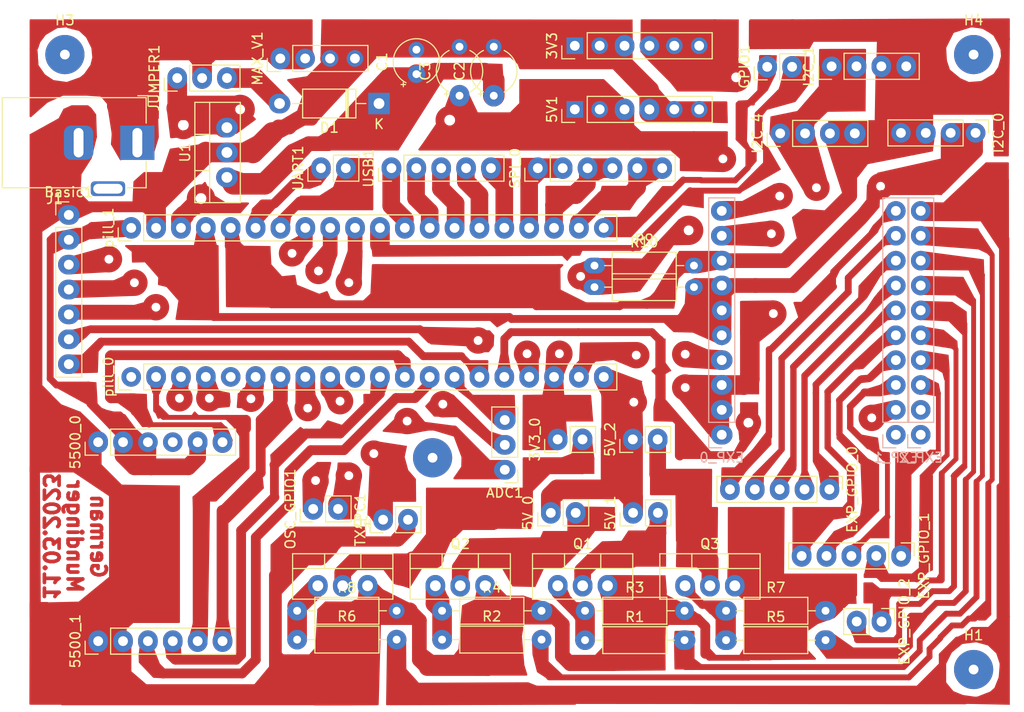
<source format=kicad_pcb>
(kicad_pcb (version 20221018) (generator pcbnew)
  (layers (0 "F.Cu" signal) (31 "B.Cu" signal) (34 "B.Paste" user) (35 "F.Paste" user) (36 "B.SilkS" user "B.Silkscreen") (37 "F.SilkS" user "F.Silkscreen") (38 "B.Mask" user) (39 "F.Mask" user) (44 "Edge.Cuts" user))
  (net 0 "")
  (net 1 "Net-(3V3_0-Pad2)")
  (net 2 "Net-(5V_0-Pad2)")
  (net 3 "Net-(5V_1-Pad2)")
  (net 4 "Net-(5V_2-Pad2)")
  (net 5 "/A6")
  (net 6 "/A7")
  (net 7 "/A5")
  (net 8 "/C13")
  (net 9 "/A3")
  (net 10 "/B0")
  (net 11 "/B3")
  (net 12 "/B5")
  (net 13 "/B4")
  (net 14 "/B10")
  (net 15 "/B1")
  (net 16 "Net-(C1-Pad1)")
  (net 17 "/B9")
  (net 18 "/B8")
  (net 19 "/A15")
  (net 20 "/B2")
  (net 21 "/B6")
  (net 22 "/B7")
  (net 23 "Net-(J1-Pad1)")
  (net 24 "/C14")
  (net 25 "/C15")
  (net 29 "/A12")
  (net 30 "/A11")
  (net 31 "/A10")
  (net 32 "/A9")
  (net 33 "/A8")
  (net 34 "/B15")
  (net 35 "/B12")
  (net 36 "Net-(SPI_0-Pad5)")
  (net 37 "Net-(Q1-Pad1)")
  (net 38 "Net-(Q2-Pad1)")
  (net 39 "Net-(Q3-Pad1)")
  (net 40 "Net-(Q4-Pad1)")
  (net 41 "Net-(GPIO1-Pad1)")
  (net 42 "/3V3_0")
  (net 43 "/5V_1")
  (net 45 "/A1")
  (net 46 "/A0")
  (net 47 "/5V_0")
  (net 48 "/B0_")
  (net 49 "/B1_")
  (net 50 "/B2_")
  (net 51 "/B3_")
  (net 52 "/B4_")
  (net 53 "/B5_")
  (net 54 "/B6_")
  (net 55 "/B7_")
  (net 56 "/A0_")
  (net 57 "/A1_")
  (net 58 "/A2_")
  (net 59 "/A3_")
  (net 60 "/A4_")
  (net 61 "/A5_")
  (net 62 "/A6_")
  (net 63 "/A7_")
  (net 64 "/A2")
  (net 65 "Net-(D1-Pad2)")
  (footprint "Resistor_THT:R_Axial_DIN0207_L6.3mm_D2.5mm_P10.16mm_Horizontal" (layer "F.Cu") (at 136.72 123.4)
    (fp_text reference "R1")
    (fp_text value "100")
  )
  (footprint "Connector_PinHeader_2.54mm:PinHeader_1x02_P2.54mm_Vertical" (layer "F.Cu") (at 116.1 111.1 90)
    (fp_text reference "TX_PC1")
    (fp_text value "Conn_01x02")
  )
  (footprint "Connector_PinHeader_2.54mm:PinHeader_1x03_P2.54mm_Vertical" (layer "F.Cu") (at 128.525 106 180)
    (fp_text reference "ADC1")
    (fp_text value "Conn_01x03")
  )
  (footprint "Resistor_THT:R_Axial_DIN0207_L6.3mm_D2.5mm_P10.16mm_Horizontal" (layer "F.Cu") (at 107.32 120.4)
    (fp_text reference "R8")
    (fp_text value "10k")
  )
  (footprint "Connector_PinHeader_2.54mm:PinHeader_1x02_P2.54mm_Vertical" (layer "F.Cu") (at 141.625 110.4 90)
    (fp_text reference "5V_1")
    (fp_text value "Conn_01x02")
  )
  (footprint "Package_TO_SOT_THT:TO-220-3_Vertical" (layer "F.Cu") (at 121.435 117.845)
    (fp_text reference "Q2")
    (fp_text value "IRF3205")
  )
  (footprint "" (layer "F.Cu") (at 121.15 104.775)
    (fp_text reference "")
    (fp_text value "")
  )
  (footprint "Connector_PinHeader_2.54mm:PinHeader_1x02_P2.54mm_Vertical" (layer "F.Cu") (at 133.925 102.9 90)
    (fp_text reference "3V3_0")
    (fp_text value "Conn_01x02")
  )
  (footprint "Connector_PinHeader_2.54mm:PinHeader_1x04_P2.54mm_Vertical" (layer "F.Cu") (at 156.65 71.65 90)
    (fp_text reference "I2C_4")
    (fp_text value "Conn_01x04")
  )
  (footprint "Connector_PinHeader_2.54mm:PinHeader_1x04_P2.54mm_Vertical" (layer "F.Cu") (at 161.9 64.8 90)
    (fp_text reference "I2C_1")
    (fp_text value "Conn_01x04")
  )
  (footprint "Connector_PinHeader_2.54mm:PinHeader_1x02_P2.54mm_Vertical" (layer "F.Cu") (at 133.225 110.4 90)
    (fp_text reference "5V_0")
    (fp_text value "Conn_01x02")
  )
  (footprint "Connector_PinHeader_2.54mm:PinHeader_1x20_P2.54mm_Vertical" (layer "F.Cu") (at 90.375 81.3 90)
    (fp_text reference "pill_1")
    (fp_text value "Conn_01x20")
  )
  (footprint "Capacitor_THT:CP_Radial_Tantal_D4.5mm_P5.00mm" (layer "F.Cu") (at 127.4 67.8 90)
    (fp_text reference "C2")
    (fp_text value "0.33uF")
  )
  (footprint "Resistor_THT:R_Axial_DIN0207_L6.3mm_D2.5mm_P10.16mm_Horizontal" (layer "F.Cu") (at 136.72 120.4)
    (fp_text reference "R3")
    (fp_text value "10k")
  )
  (footprint "Resistor_THT:R_Axial_DIN0207_L6.3mm_D2.5mm_P10.16mm_Horizontal" (layer "F.Cu") (at 151.12 123.4)
    (fp_text reference "R5")
    (fp_text value "100")
  )
  (footprint "Connector_PinHeader_2.54mm:PinHeader_1x20_P2.54mm_Vertical" (layer "F.Cu") (at 90.375 96.52 90)
    (fp_text reference "pill_0")
    (fp_text value "Conn_01x20")
  )
  (footprint "MountingHole:MountingHole_2.5mm_Pad" (layer "F.Cu") (at 176.4 63.6)
    (fp_text reference "H4")
    (fp_text value "MountingHole")
  )
  (footprint "Capacitor_THT:CP_Radial_Tantal_D4.5mm_P5.00mm" (layer "F.Cu") (at 123.9 67.8 90)
    (fp_text reference "C3")
    (fp_text value "0.1uF")
  )
  (footprint "Connector_PinHeader_2.54mm:PinHeader_1x04_P2.54mm_Vertical" (layer "F.Cu") (at 105.6 64 90)
    (fp_text reference "MAX_V1")
    (fp_text value "Conn_01x04")
  )
  (footprint "Package_TO_SOT_THT:TO-220-3_Vertical" (layer "F.Cu") (at 109.435 117.845)
    (fp_text reference "Q4")
    (fp_text value "IRF3205")
  )
  (footprint "Connector_PinHeader_2.54mm:PinHeader_1x05_P2.54mm_Vertical" (layer "F.Cu") (at 169 114.8 -90)
    (fp_text reference "EXP_GPIO_1")
    (fp_text value "Conn_01x05")
  )
  (footprint "Resistor_THT:R_Axial_DIN0207_L6.3mm_D2.5mm_P10.16mm_Horizontal" (layer "F.Cu") (at 137.6825 87.35)
    (fp_text reference "R9")
    (fp_text value "4k7")
  )
  (footprint "Resistor_THT:R_Axial_DIN0207_L6.3mm_D2.5mm_P10.16mm_Horizontal" (layer "F.Cu") (at 151.12 120.4)
    (fp_text reference "R7")
    (fp_text value "10k")
  )
  (footprint "Diode_THT:D_DO-41_SOD81_P10.16mm_Horizontal" (layer "F.Cu") (at 115.68 68.6 180)
    (fp_text reference "D1")
    (fp_text value "1N4004")
  )
  (footprint "Connector_PinHeader_2.54mm:PinHeader_1x05_P2.54mm_Vertical" (layer "F.Cu") (at 116.95 75.2 90)
    (fp_text reference "USB1")
    (fp_text value "Conn_01x05")
  )
  (footprint "Resistor_THT:R_Axial_DIN0207_L6.3mm_D2.5mm_P10.16mm_Horizontal" (layer "F.Cu") (at 137.6825 85.15)
    (fp_text reference "R10")
    (fp_text value "4k7")
  )
  (footprint "MountingHole:MountingHole_2.5mm_Pad" (layer "F.Cu") (at 176.4 126.4)
    (fp_text reference "H1")
    (fp_text value "MountingHole")
  )
  (footprint "Connector_PinHeader_2.54mm:PinHeader_1x06_P2.54mm_Vertical" (layer "F.Cu") (at 87 123.5 90)
    (fp_text reference "5500_1")
    (fp_text value "Conn_01x06")
  )
  (footprint "MountingHole:MountingHole_2.5mm_Pad" (layer "F.Cu") (at 83.6 63.6)
    (fp_text reference "H3")
    (fp_text value "MountingHole")
  )
  (footprint "Package_TO_SOT_THT:TO-220-3_Vertical" (layer "F.Cu") (at 100.145 76.14 90)
    (fp_text reference "U1")
    (fp_text value "LM7805_TO220")
  )
  (footprint "Resistor_THT:R_Axial_DIN0207_L6.3mm_D2.5mm_P10.16mm_Horizontal" (layer "F.Cu") (at 107.32 123.345)
    (fp_text reference "R6")
    (fp_text value "100")
  )
  (footprint "Connector_PinHeader_2.54mm:PinHeader_1x02_P2.54mm_Vertical" (layer "F.Cu") (at 108.96 110 90)
    (fp_text reference "OSC_GPIO1")
    (fp_text value "Conn_01x02")
  )
  (footprint "Connector_PinHeader_2.54mm:PinHeader_1x07_P2.54mm_Vertical" (layer "F.Cu") (at 84 79.975)
    (fp_text reference "Basic1")
    (fp_text value "Conn_01x07")
  )
  (footprint "Connector_PinHeader_2.54mm:PinHeader_1x03_P2.54mm_Vertical" (layer "F.Cu") (at 95.075 66 90)
    (fp_text reference "JUMPER1")
    (fp_text value "Conn_01x03")
  )
  (footprint "Package_TO_SOT_THT:TO-220-3_Vertical" (layer "F.Cu") (at 146.935 117.845)
    (fp_text reference "Q3")
    (fp_text value "IRF3205")
  )
  (footprint "Resistor_THT:R_Axial_DIN0207_L6.3mm_D2.5mm_P10.16mm_Horizontal" (layer "F.Cu") (at 122.12 123.345)
    (fp_text reference "R2")
    (fp_text value "100")
  )
  (footprint "Connector_PinHeader_2.54mm:PinHeader_1x05_P2.54mm_Vertical" (layer "F.Cu") (at 161.675 108 -90)
    (fp_text reference "EXP_GPIO_0")
    (fp_text value "Conn_01x05")
  )
  (footprint "Package_TO_SOT_THT:TO-220-3_Vertical" (layer "F.Cu") (at 133.935 117.845)
    (fp_text reference "Q1")
    (fp_text value "IRF3205")
  )
  (footprint "Connector_PinHeader_2.54mm:PinHeader_1x06_P2.54mm_Vertical" (layer "F.Cu") (at 131.9 75.2 90)
    (fp_text reference "SPI_0")
    (fp_text value "Conn_01x06")
  )
  (footprint "Connector_PinHeader_2.54mm:PinHeader_1x06_P2.54mm_Vertical" (layer "F.Cu") (at 135.675 69.2 90)
    (fp_text reference "5V1")
    (fp_text value "Conn_01x06")
  )
  (footprint "Connector_PinHeader_2.54mm:PinHeader_1x02_P2.54mm_Vertical" (layer "F.Cu") (at 167 121.5 -90)
    (fp_text reference "EXP_GPIO_2")
    (fp_text value "Conn_01x02")
  )
  (footprint "Connector_PinHeader_2.54mm:PinHeader_1x02_P2.54mm_Vertical" (layer "F.Cu") (at 109.75 75.2 90)
    (fp_text reference "UART1")
    (fp_text value "Conn_01x02")
  )
  (footprint "Resistor_THT:R_Axial_DIN0207_L6.3mm_D2.5mm_P10.16mm_Horizontal" (layer "F.Cu") (at 122.12 120.4)
    (fp_text reference "R4")
    (fp_text value "10k")
  )
  (footprint "Connector_PinHeader_2.54mm:PinHeader_1x02_P2.54mm_Vertical" (layer "F.Cu") (at 155.325 64.85 90)
    (fp_text reference "GPIO1")
    (fp_text value "Conn_01x02")
  )
  (footprint "Connector_PinHeader_2.54mm:PinHeader_1x06_P2.54mm_Vertical" (layer "F.Cu") (at 135.675 62.7 90)
    (fp_text reference "3V3")
    (fp_text value "Conn_01x06")
  )
  (footprint "Connector_BarrelJack:BarrelJack_Horizontal" (layer "F.Cu") (at 91 72.6)
    (fp_text reference "J1")
    (fp_text value "Barrel_Jack")
  )
  (footprint "Connector_PinHeader_2.54mm:PinHeader_1x04_P2.54mm_Vertical" (layer "F.Cu") (at 176.6 71.6 -90)
    (fp_text reference "I2C_0")
    (fp_text value "Conn_01x04")
  )
  (footprint "Capacitor_THT:CP_Radial_Tantal_D4.5mm_P2.50mm" (layer "F.Cu") (at 119.5 65.6 90)
    (fp_text reference "C1")
    (fp_text value "10uF")
  )
  (footprint "Connector_PinHeader_2.54mm:PinHeader_1x02_P2.54mm_Vertical" (layer "F.Cu") (at 141.6 102.9 90)
    (fp_text reference "5V_2")
    (fp_text value "Conn_01x02")
  )
  (footprint "Connector_PinHeader_2.54mm:PinHeader_1x06_P2.54mm_Vertical" (layer "F.Cu") (at 87 103.18 90)
    (fp_text reference "5500_0")
    (fp_text value "Conn_01x06")
  )
  (footprint "Connector_PinHeader_2.54mm:PinHeader_1x10_P2.54mm_Vertical" (layer "B.Cu") (at 168.46 102.425)
    (fp_text reference "EXP_1")
    (fp_text value "Conn_01x10")
  )
  (footprint "Connector_PinHeader_2.54mm:PinHeader_1x10_P2.54mm_Vertical" (layer "B.Cu") (at 150.68 102.425)
    (fp_text reference "EXP_0")
    (fp_text value "Conn_01x10")
  )
  (footprint "Connector_PinHeader_2.54mm:PinHeader_1x10_P2.54mm_Vertical" (layer "B.Cu") (at 171 102.425)
    (fp_text reference "EXP_2")
    (fp_text value "Conn_01x10")
  )
  (gr_poly (pts (xy 133.05 119.725) (xy 130.65 120.125) (xy 130.425 118.975)) (stroke (width 0.2)) (fill solid) (layer "F.Cu"))
  (gr_poly (pts (xy 110.625 75.625) (xy 109.7 76.825) (xy 108.65 77.2) (xy 107.05 76.45) (xy 108.9 74.9)) (stroke (width 0.2)) (fill solid) (layer "F.Cu"))
  (gr_poly (pts (xy 180 62) (xy 178.8 61.7) (xy 177.2 60.8) (xy 174.887316 60.625854) (xy 173.55 60.7) (xy 172.45 60.95) (xy 170.95 60.6) (xy 170.15 60.95) (xy 163.5 60.5) (xy 161.4 60.95) (xy 160.55 60.6) (xy 158.25 60.8) (xy 157.8 60.1) (xy 180 60)) (stroke (width 0.2)) (fill solid) (layer "F.Cu"))
  (gr_poly (pts (xy 133.5 121.7) (xy 130.3 121.7) (xy 130.55 120.65) (xy 133.2 120.65)) (stroke (width 0.2)) (fill solid) (layer "F.Cu"))
  (gr_poly (pts (xy 85.6 81.7) (xy 85.3 82.5) (xy 82.2 82.5) (xy 83.3 81.7)) (stroke (width 0.2)) (fill solid) (layer "F.Cu"))
  (gr_poly (pts (xy 88.825 120.85) (xy 84.575 119.95) (xy 88.9 116.425)) (stroke (width 0.2)) (fill solid) (layer "F.Cu"))
  (gr_poly (pts (xy 139.7 109.9) (xy 139.7 112.15) (xy 137.7 112.15) (xy 136.45 113.8) (xy 135.9 109.85)) (stroke (width 0.2)) (fill solid) (layer "F.Cu"))
  (gr_poly (pts (xy 136.75 96.65) (xy 135.65 96) (xy 137.35 95.3)) (stroke (width 0.2)) (fill solid) (layer "F.Cu"))
  (gr_poly (pts (xy 153.05 68.75) (xy 152.3 68.55) (xy 152.4 68.4) (xy 154.1 68.3)) (stroke (width 0.2)) (fill solid) (layer "F.Cu"))
  (gr_poly (pts (xy 109.1 107.95) (xy 110.45 107.3) (xy 109.65 110) (xy 108 110.25) (xy 107.95 107)) (stroke (width 0.2)) (fill solid) (layer "F.Cu"))
  (gr_poly (pts (xy 149.2 93.8) (xy 150.75 93.9) (xy 150.75 95.7) (xy 146.9 95.45) (xy 147.7 94.55) (xy 147.2 92.95)) (stroke (width 0.2)) (fill solid) (layer "F.Cu"))
  (gr_circle (center 106.8 83.9) (end 107.7 83.9) (stroke (width 0.9)) (fill none) (layer "F.Cu"))
  (gr_circle (center 102.6 98.75) (end 103.5 98.75) (stroke (width 0.9)) (fill none) (layer "F.Cu"))
  (gr_poly (pts (xy 137.25 98.45) (xy 137.45 100.975) (xy 134.3 100.975) (xy 134.45 98.45)) (stroke (width 0.2)) (fill solid) (layer "F.Cu"))
  (gr_poly (pts (xy 151.55 92.35) (xy 150.7 93.2) (xy 147.75 91.9) (xy 145.8 91.85) (xy 144.8 90.9) (xy 145.5 90.75) (xy 146.35 90.2) (xy 147 89.05) (xy 147.1 87.45) (xy 151.6 87.15)) (stroke (width 0.2)) (fill solid) (layer "F.Cu"))
  (gr_poly (pts (xy 97.25 100.55) (xy 96.55 100.6) (xy 96.85 100.15)) (stroke (width 0.2)) (fill solid) (layer "F.Cu"))
  (gr_poly (pts (xy 81.8 121.2) (xy 82.2 121.6) (xy 81.987611 123.214159) (xy 80.587611 124.814159) (xy 80.8 127.2) (xy 81.6 128.8) (xy 83.2 129.2) (xy 83.175 129.9) (xy 80.075 129.9) (xy 80.1 119.6) (xy 81.8 119.6)) (stroke (width 0.2)) (fill solid) (layer "F.Cu"))
  (gr_poly (pts (xy 168.15 87.95) (xy 166.95 88.85) (xy 165.3 89.95) (xy 166.3 88.45) (xy 167.6 86.9)) (stroke (width 0.2)) (fill solid) (layer "F.Cu"))
  (gr_poly (pts (xy 161.35 76.4) (xy 159.7 76.1) (xy 159.15 77.55) (xy 155.65 71.7) (xy 160.05 71.7)) (stroke (width 0.2)) (fill solid) (layer "F.Cu"))
  (gr_poly (pts (xy 106.475 81.1) (xy 105.8 80.625) (xy 106.6 80.1)) (stroke (width 0.2)) (fill solid) (layer "F.Cu"))
  (gr_poly (pts (xy 166.65 110.05) (xy 165.95 110.15) (xy 165.8 107.95) (xy 166.35 107.6)) (stroke (width 0.2)) (fill solid) (layer "F.Cu"))
  (gr_poly (pts (xy 115.7 63.5) (xy 109.3 70.4) (xy 109 66.6) (xy 111.9 62.6)) (stroke (width 0.2)) (fill solid) (layer "F.Cu"))
  (gr_poly (pts (xy 164.05 112.75) (xy 163.1 113.1) (xy 162.2 112.35) (xy 163.95 111.55)) (stroke (width 0.2)) (fill solid) (layer "F.Cu"))
  (gr_circle (center 108.4 99.7) (end 109.3 99.7) (stroke (width 0.9)) (fill none) (layer "F.Cu"))
  (gr_poly (pts (xy 143.75 112.8) (xy 142.85 112.5) (xy 143.55 111.35)) (stroke (width 0.2)) (fill solid) (layer "F.Cu"))
  (gr_poly (pts (xy 119.3 119.95) (xy 118.95 120.95) (xy 115.9 120.4) (xy 115.65 118.1)) (stroke (width 0.2)) (fill solid) (layer "F.Cu"))
  (gr_circle (center 118.55 101.025) (end 119.45 101.025) (stroke (width 0.9)) (fill none) (layer "F.Cu"))
  (gr_poly (pts (xy 154.3 100.55) (xy 152.65 100.35) (xy 152.65 99.2) (xy 154.3 99.2)) (stroke (width 0.2)) (fill solid) (layer "F.Cu"))
  (gr_poly (pts (xy 148.45 120.95) (xy 148.65 121.75) (xy 145.2 121.75) (xy 146.05 120.25) (xy 147.4 120.2)) (stroke (width 0.2)) (fill solid) (layer "F.Cu"))
  (gr_circle (center 130.8 94.15) (end 131.7 94.15) (stroke (width 0.9)) (fill none) (layer "F.Cu"))
  (gr_poly (pts (xy 101.5 83.05) (xy 100.55 83) (xy 100.55 82.05) (xy 101.25 81.9)) (stroke (width 0.2)) (fill solid) (layer "F.Cu"))
  (gr_poly (pts (xy 105 64) (xy 92.4 64) (xy 92.5 62.6) (xy 104.9 62)) (stroke (width 0.2)) (fill solid) (layer "F.Cu"))
  (gr_poly (pts (xy 173.1 105.1) (xy 172.9 105.45) (xy 172.1 106.5) (xy 171 106.6) (xy 172.55 105.05)) (stroke (width 0.2)) (fill solid) (layer "F.Cu"))
  (gr_poly (pts (xy 150.1 125.05) (xy 149.3 125.05) (xy 149.35 124.25)) (stroke (width 0.2)) (fill solid) (layer "F.Cu"))
  (gr_circle (center 115.15 104.35) (end 116.05 104.35) (stroke (width 0.9)) (fill none) (layer "F.Cu"))
  (gr_poly (pts (xy 141.5 63.2) (xy 136.8 63.5) (xy 131.4 62.9) (xy 115.6 62.7) (xy 113.6 64) (xy 109.8 64) (xy 109.9 60.1) (xy 141.475 60.125)) (stroke (width 0.2)) (fill solid) (layer "F.Cu"))
  (gr_circle (center 92.9 89.4) (end 93.8 89.4) (stroke (width 0.9)) (fill none) (layer "F.Cu"))
  (gr_poly (pts (xy 95.25 121.55) (xy 89.85 121.55) (xy 89.725 123.6) (xy 88.216787 123.937852) (xy 88.2 107.6) (xy 95.25 107.7)) (stroke (width 0.2)) (fill solid) (layer "F.Cu"))
  (gr_poly (pts (xy 117 85.15) (xy 116.6 88.95) (xy 113.95 88.95) (xy 114.9 88.05) (xy 115.05 85.1)) (stroke (width 0.2)) (fill solid) (layer "F.Cu"))
  (gr_poly (pts (xy 84 82.5) (xy 82.4 81.875) (xy 85.45 81.275)) (stroke (width 0.2)) (fill solid) (layer "F.Cu"))
  (gr_poly (pts (xy 117.55 113.1) (xy 117.625 113.75) (xy 111.5 113.75) (xy 111.8 113.05)) (stroke (width 0.2)) (fill solid) (layer "F.Cu"))
  (gr_circle (center 166.9 77.05) (end 167.8 77.05) (stroke (width 0.9)) (fill none) (layer "F.Cu"))
  (gr_poly (pts (xy 127.2 119.45) (xy 125.45 119.75) (xy 125.8 118.1)) (stroke (width 0.2)) (fill solid) (layer "F.Cu"))
  (gr_poly (pts (xy 106.775 100.875) (xy 103.5 104.275) (xy 103.5 100.875) (xy 106.125 98.975)) (stroke (width 0.2)) (fill solid) (layer "F.Cu"))
  (gr_poly (pts (xy 132.775 78.925) (xy 132.775 77.1) (xy 135.7 77.1)) (stroke (width 0.2)) (fill solid) (layer "F.Cu"))
  (gr_poly (pts (xy 155.3 67.2) (xy 154 68.5) (xy 153.800033 68.251818) (xy 155.150033 66.851818)) (stroke (width 0.2)) (fill solid) (layer "F.Cu"))
  (gr_poly (pts (xy 104.8 89.35) (xy 100.15 89.3) (xy 100.1 83.2) (xy 104.5 83.25)) (stroke (width 0.2)) (fill solid) (layer "F.Cu"))
  (gr_poly (pts (xy 152.9 103.75) (xy 152.05 104.6) (xy 149.5 104.6) (xy 149.3 104.2) (xy 152 104.2) (xy 152.3 103.65) (xy 152.75 102.85)) (stroke (width 0.2)) (fill solid) (layer "F.Cu"))
  (gr_poly (pts (xy 87.05 79.3) (xy 84.65 80.4) (xy 85.15 78.7)) (stroke (width 0.2)) (fill solid) (layer "F.Cu"))
  (gr_poly (pts (xy 148.75 79.175) (xy 146.625 78.875) (xy 147.55 77.65) (xy 148.75 77.625)) (stroke (width 0.2)) (fill solid) (layer "F.Cu"))
  (gr_poly (pts (xy 98.7 81.85) (xy 99.05 83.2) (xy 96.85 83.2) (xy 97.15 81.7)) (stroke (width 0.2)) (fill solid) (layer "F.Cu"))
  (gr_circle (center 95.3 98.7) (end 96.2 98.7) (stroke (width 0.9)) (fill none) (layer "F.Cu"))
  (gr_poly (pts (xy 119.35 121.75) (xy 115.5 121.75) (xy 115.75 120.85) (xy 119.1 120.8)) (stroke (width 0.2)) (fill solid) (layer "F.Cu"))
  (gr_poly (pts (xy 147.9 118.65) (xy 147.85 119.15) (xy 146.4 118.7) (xy 147.85 117.85)) (stroke (width 0.2)) (fill solid) (layer "F.Cu"))
  (gr_poly (pts (xy 135.9 120.9) (xy 135.85 121.35) (xy 135.5 120.85)) (stroke (width 0.2)) (fill solid) (layer "F.Cu"))
  (gr_poly (pts (xy 150.2 67.275) (xy 148.825 67.275) (xy 146.2 67.275) (xy 145.5 66.4) (xy 143.1 64) (xy 142.475 63.275) (xy 142.5 60.1) (xy 150.05 60.1)) (stroke (width 0.2)) (fill solid) (layer "F.Cu"))
  (gr_poly (pts (xy 81.2 99) (xy 80.4 98.8) (xy 80.4 81.4) (xy 81.2 81.4)) (stroke (width 0.2)) (fill solid) (layer "F.Cu"))
  (gr_poly (pts (xy 86.225 69.1) (xy 86.7 69.75) (xy 86.775 72.025) (xy 86.45 72.825) (xy 85.7 73.1) (xy 83.1 71.825) (xy 82.975 70.3) (xy 83.525 69.225) (xy 84.3 68.875) (xy 85.925 68.875)) (stroke (width 0.2)) (fill solid) (layer "F.Cu"))
  (gr_poly (pts (xy 87.85 99.975) (xy 89.7 100.425) (xy 90.725 101.8) (xy 90.35 102.525) (xy 88.95 102.55) (xy 87.4 100.925) (xy 85.975 99.45) (xy 86.075 99.275)) (stroke (width 0.2)) (fill solid) (layer "F.Cu"))
  (gr_poly (pts (xy 100.6 123.5) (xy 98.8 123.525) (xy 99.225 121.1) (xy 100.175 121.05)) (stroke (width 0.2)) (fill solid) (layer "F.Cu"))
  (gr_poly (pts (xy 143.05 82.65) (xy 142.3 83.55) (xy 141.65 83.55) (xy 142.25 82.6)) (stroke (width 0.2)) (fill solid) (layer "F.Cu"))
  (gr_circle (center 166 100.7) (end 166.9 100.7) (stroke (width 0.9)) (fill none) (layer "F.Cu"))
  (gr_poly (pts (xy 100.7 69.6) (xy 101.3 70) (xy 102.5 69.7) (xy 103 70.2) (xy 101.1 71.6) (xy 98.2 68.1) (xy 100.8 68.1)) (stroke (width 0.2)) (fill solid) (layer "F.Cu"))
  (gr_poly (pts (xy 83.9 83.1) (xy 82.3 83.9) (xy 82 82.45) (xy 83.15 81.85)) (stroke (width 0.2)) (fill solid) (layer "F.Cu"))
  (gr_poly (pts (xy 137.575 104.825) (xy 133.975 104.975) (xy 135.425 104.425) (xy 135.6 103.225) (xy 137.35 103.075)) (stroke (width 0.2)) (fill solid) (layer "F.Cu"))
  (gr_poly (pts (xy 116.25 98) (xy 114.85 98.5) (xy 114.95 97.05) (xy 116.55 97.05)) (stroke (width 0.2)) (fill solid) (layer "F.Cu"))
  (gr_poly (pts (xy 127.35 92.3) (xy 127.3 93.3) (xy 126.85 93.9) (xy 126 93.9) (xy 126.5 93) (xy 126.3 91.85) (xy 126.95 91.85)) (stroke (width 0.2)) (fill solid) (layer "F.Cu"))
  (gr_poly (pts (xy 180 62) (xy 179.9 73.9) (xy 178.55 73.9) (xy 178.5 71.6) (xy 178.5 69.65) (xy 171.85 69.65) (xy 172.3 64.3) (xy 173.5 64) (xy 173.9 65.2) (xy 175 66.1) (xy 175.9 66.5) (xy 177.2 66.4) (xy 179.1 65.3) (xy 179.3 63.8) (xy 179.2 62.5) (xy 178.7 61.8)) (stroke (width 0.2)) (fill solid) (layer "F.Cu"))
  (gr_poly (pts (xy 174.2 88.95) (xy 175.6 89.9) (xy 175.65 92) (xy 175.3 92.15) (xy 173.9 90.75) (xy 170.85 90.6) (xy 171 88.85)) (stroke (width 0.2)) (fill solid) (layer "F.Cu"))
  (gr_poly (pts (xy 179.4 124.25) (xy 179.8 126.25) (xy 179.35 128.85) (xy 177.8 129.55) (xy 174.6 129.55) (xy 174.05 128.6) (xy 175.3 129.1) (xy 176.7 129.3) (xy 178.5 128.6) (xy 179.1 127.1) (xy 179.2 125.9) (xy 178.8 124.7) (xy 177.9 123.85) (xy 176.6 123.5) (xy 176.5 122.8)) (stroke (width 0.2)) (fill solid) (layer "F.Cu"))
  (gr_poly (pts (xy 98.325 109.2) (xy 98.1 122.875) (xy 97.275 122.7) (xy 97.225 109.125)) (stroke (width 0.2)) (fill solid) (layer "F.Cu"))
  (gr_poly (pts (xy 101.825 105.825) (xy 96.8 110.25) (xy 96.725 108.8) (xy 101.65 104.65)) (stroke (width 0.2)) (fill solid) (layer "F.Cu"))
  (gr_poly (pts (xy 122.35 100.5) (xy 121.35 100.475) (xy 120.5 99.525) (xy 121.025 98.95)) (stroke (width 0.2)) (fill solid) (layer "F.Cu"))
  (gr_poly (pts (xy 134.75 108.8) (xy 134 109.25) (xy 133.9 108.7)) (stroke (width 0.2)) (fill solid) (layer "F.Cu"))
  (gr_poly (pts (xy 140.8 109.55) (xy 140.15 108.85) (xy 141 108.8)) (stroke (width 0.2)) (fill solid) (layer "F.Cu"))
  (gr_poly (pts (xy 109.6 69.5) (xy 107.3 69.7) (xy 108.5 66.2)) (stroke (width 0.2)) (fill solid) (layer "F.Cu"))
  (gr_poly (pts (xy 150.3 83.75) (xy 149.35 85.15) (xy 147.05 85.35) (xy 145.9 85.75) (xy 146.45 83.75)) (stroke (width 0.2)) (fill solid) (layer "F.Cu"))
  (gr_poly (pts (xy 112.1 97.85) (xy 111.5 97.9) (xy 111.6 97.25)) (stroke (width 0.2)) (fill solid) (layer "F.Cu"))
  (gr_poly (pts (xy 86.05 99.35) (xy 82.775 97.55) (xy 86.05 97.45)) (stroke (width 0.2)) (fill solid) (layer "F.Cu"))
  (gr_poly (pts (xy 168.4 62.2) (xy 160 62.2) (xy 159.6 62.925) (xy 153.55 62.95) (xy 153.55 60.2) (xy 168.45 60.2)) (stroke (width 0.2)) (fill solid) (layer "F.Cu"))
  (gr_poly (pts (xy 96.7 64.55) (xy 96.3 64.05) (xy 96.7 64.05)) (stroke (width 0.2)) (fill solid) (layer "F.Cu"))
  (gr_poly (pts (xy 120.8 73.2) (xy 119.9 73.2) (xy 121.6 70.7)) (stroke (width 0.2)) (fill solid) (layer "F.Cu"))
  (gr_poly (pts (xy 179.975 129.9) (xy 135.4 129.9) (xy 135.3 129.9) (xy 180 129.9)) (stroke (width 0.2)) (fill solid) (layer "F.Cu"))
  (gr_poly (pts (xy 118.4 111.8) (xy 117.4 112.7) (xy 118 111.1)) (stroke (width 0.2)) (fill solid) (layer "F.Cu"))
  (gr_poly (pts (xy 111.3 84.1) (xy 110.5 86.5) (xy 110.1 84.6) (xy 108.3 85.2) (xy 110 83.2)) (stroke (width 0.2)) (fill solid) (layer "F.Cu"))
  (gr_poly (pts (xy 177.75 120.8) (xy 176 121.05) (xy 177.65 119.45)) (stroke (width 0.2)) (fill solid) (layer "F.Cu"))
  (gr_poly (pts (xy 124.7 67.5) (xy 125.8 69.8) (xy 124 69.75) (xy 123.7 67.35)) (stroke (width 0.2)) (fill solid) (layer "F.Cu"))
  (gr_poly (pts (xy 165.9 105.55) (xy 165.85 109.4) (xy 165.1 109.35) (xy 164.95 105.4) (xy 162.5 102.8) (xy 162.5 102.2)) (stroke (width 0.2)) (fill solid) (layer "F.Cu"))
  (gr_poly (pts (xy 109.975 72.275) (xy 109.5 72.075) (xy 110.025 71.725)) (stroke (width 0.2)) (fill solid) (layer "F.Cu"))
  (gr_poly (pts (xy 118.425 103.65) (xy 118.2 104.7) (xy 118.575 106.075) (xy 119.35 106.975) (xy 119.375 109.175) (xy 116.875 109.175) (xy 116.725 106.8) (xy 115.7 103.225)) (stroke (width 0.2)) (fill solid) (layer "F.Cu"))
  (gr_circle (center 98.35 98.7) (end 99.25 98.7) (stroke (width 0.9)) (fill none) (layer "F.Cu"))
  (gr_poly (pts (xy 152.15 87.65) (xy 151.4 88.35) (xy 151.4 87.55)) (stroke (width 0.2)) (fill solid) (layer "F.Cu"))
  (gr_poly (pts (xy 146.2 82.3) (xy 147.4 82.95) (xy 145.725 82.975) (xy 142.275 87.675) (xy 139.575 87.675) (xy 142.15 84.975) (xy 146.35 80.5)) (stroke (width 0.2)) (fill solid) (layer "F.Cu"))
  (gr_poly (pts (xy 96.8 62.7) (xy 93.6 62.9) (xy 92.8 65.2) (xy 92.8 69.75) (xy 89.6 67.8) (xy 90 61.6)) (stroke (width 0.2)) (fill solid) (layer "F.Cu"))
  (gr_poly (pts (xy 110.35 106.9) (xy 108.35 106.2) (xy 109.4 105.3) (xy 110.7 105.3)) (stroke (width 0.2)) (fill solid) (layer "F.Cu"))
  (gr_poly (pts (xy 171.5 121.05) (xy 170.05 122.85) (xy 170 120.9)) (stroke (width 0.2)) (fill solid) (layer "F.Cu"))
  (gr_poly (pts (xy 175.55 105.7) (xy 174.35 106.8) (xy 174.15 106.65) (xy 174.25 106.45) (xy 175.3 105.45)) (stroke (width 0.2)) (fill solid) (layer "F.Cu"))
  (gr_poly (pts (xy 92.6 124.3) (xy 93.75 127.2) (xy 92.675 127.15) (xy 91.25 125.65) (xy 91.225 124.9) (xy 91.35 123.95)) (stroke (width 0.2)) (fill solid) (layer "F.Cu"))
  (gr_poly (pts (xy 173.5 125.8) (xy 173.5 127.9) (xy 173.1 126.25) (xy 173.15 124.8) (xy 174.3 124.2)) (stroke (width 0.2)) (fill solid) (layer "F.Cu"))
  (gr_poly (pts (xy 166.45 110.1) (xy 162 114.1) (xy 160.55 114.4) (xy 162.2 112.35) (xy 163 112.4) (xy 164.9 110.7) (xy 165.1 109.35) (xy 165.7 109.35)) (stroke (width 0.2)) (fill solid) (layer "F.Cu"))
  (gr_poly (pts (xy 165.270699 69.3) (xy 161.45 69.35) (xy 159.8 70.95) (xy 155.65 71.65) (xy 155.75 70) (xy 158.45 69.45) (xy 160.688035 66.870254) (xy 160.713035 63.120254) (xy 165.320699 63.115367)) (stroke (width 0.2)) (fill solid) (layer "F.Cu"))
  (gr_poly (pts (xy 153.1 69.1) (xy 153.2 68.7) (xy 153.6 68.7)) (stroke (width 0.2)) (fill solid) (layer "F.Cu"))
  (gr_poly (pts (xy 178.45 84) (xy 177.3 83.1) (xy 176.8 81.5)) (stroke (width 0.2)) (fill solid) (layer "F.Cu"))
  (gr_poly (pts (xy 82.1 98.3) (xy 80.5 98.2) (xy 80.6 96.8)) (stroke (width 0.2)) (fill solid) (layer "F.Cu"))
  (gr_poly (pts (xy 167.7 112.9) (xy 165.8 112.9) (xy 167.7 110.85)) (stroke (width 0.2)) (fill solid) (layer "F.Cu"))
  (gr_poly (pts (xy 114.2 112.3) (xy 106.2 112.3) (xy 106.6 111.9) (xy 114.2 111.9)) (stroke (width 0.2)) (fill solid) (layer "F.Cu"))
  (gr_poly (pts (xy 89.575 86.975) (xy 88.225 86.925) (xy 89.8 86.2)) (stroke (width 0.2)) (fill solid) (layer "F.Cu"))
  (gr_circle (center 146.95 94.2) (end 147.85 94.2) (stroke (width 0.9)) (fill none) (layer "F.Cu"))
  (gr_poly (pts (xy 140.1 65) (xy 130.1 65) (xy 129.9 64.5) (xy 129.8 64) (xy 140 63.9)) (stroke (width 0.2)) (fill solid) (layer "F.Cu"))
  (gr_circle (center 112.6 86.9) (end 113.5 86.9) (stroke (width 0.9)) (fill none) (layer "F.Cu"))
  (gr_poly (pts (xy 91.5 68.2) (xy 92.6 69.6) (xy 92.5 72.5) (xy 90.9 72.6) (xy 89 72.6) (xy 88.5 71.8) (xy 88 68.6) (xy 87.3 67.8) (xy 85.8 67.7) (xy 82.6 67.7) (xy 80.1 69.9) (xy 80.1 69) (xy 80.1 63) (xy 80.7 63.1) (xy 80.8 64.7) (xy 81.1 65.2) (xy 81.4 66.3) (xy 82.6 67) (xy 84.1 67.2) (xy 85.2 67) (xy 86.6 65.7) (xy 87 64.5) (xy 88.4 62.6) (xy 91.4 62)) (stroke (width 0.2)) (fill solid) (layer "F.Cu"))
  (gr_poly (pts (xy 154.75 69.8) (xy 154.75 69.25) (xy 155.3 69.1)) (stroke (width 0.2)) (fill solid) (layer "F.Cu"))
  (gr_poly (pts (xy 158.2 105.15) (xy 158.2 105.95) (xy 157.2 107.45) (xy 155.85 107.4) (xy 157.9 104.5)) (stroke (width 0.2)) (fill solid) (layer "F.Cu"))
  (gr_poly (pts (xy 163.45 110.8) (xy 162.05 111) (xy 159.3 114.25) (xy 158 114.65) (xy 158 109.9) (xy 164.15 109.9)) (stroke (width 0.2)) (fill solid) (layer "F.Cu"))
  (gr_circle (center 112.6 106.6) (end 113.5 106.6) (stroke (width 0.9)) (fill none) (layer "F.Cu"))
  (gr_poly (pts (xy 154.85 82) (xy 155.8 83.1) (xy 150.7 82.95) (xy 151.05 81.2) (xy 155.75 80.65)) (stroke (width 0.2)) (fill solid) (layer "F.Cu"))
  (gr_poly (pts (xy 102.05 83.4) (xy 100.95 83.5) (xy 101 82.45)) (stroke (width 0.2)) (fill solid) (layer "F.Cu"))
  (gr_poly (pts (xy 134.15 89.2) (xy 115.3 89) (xy 115.3 85.1) (xy 134.1 85.1)) (stroke (width 0.2)) (fill solid) (layer "F.Cu"))
  (gr_poly (pts (xy 116.125 119.9) (xy 112.25 119.9) (xy 113.6 119.175) (xy 113.725 118.15)) (stroke (width 0.2)) (fill solid) (layer "F.Cu"))
  (gr_poly (pts (xy 136.5 83.3) (xy 136.15 84.05) (xy 115.1 84.15) (xy 115 83.2) (xy 115.95 83.2)) (stroke (width 0.2)) (fill solid) (layer "F.Cu"))
  (gr_poly (pts (xy 93.1 70.05) (xy 92.4 69.95) (xy 92.05 64.1) (xy 93.15 63.9)) (stroke (width 0.2)) (fill solid) (layer "F.Cu"))
  (gr_poly (pts (xy 87.3 84.6) (xy 88 85.725) (xy 84 85.95) (xy 84.475 84.25) (xy 88.05 83.25)) (stroke (width 0.2)) (fill solid) (layer "F.Cu"))
  (gr_poly (pts (xy 154.35 102.05) (xy 153.1 103.85) (xy 152.6 103.05) (xy 152.45 101.8)) (stroke (width 0.2)) (fill solid) (layer "F.Cu"))
  (gr_poly (pts (xy 173.75 94.35) (xy 173.85 95.75) (xy 173.8 96.75) (xy 173.5 96.8) (xy 173.3 96.05) (xy 172.65 95.65) (xy 171.05 95.65) (xy 171 93.9)) (stroke (width 0.2)) (fill solid) (layer "F.Cu"))
  (gr_poly (pts (xy 99.5 71.7) (xy 96.8 71.5) (xy 96.6 69.5) (xy 98.7 69.4)) (stroke (width 0.2)) (fill solid) (layer "F.Cu"))
  (gr_circle (center 160.35 77.2) (end 161.25 77.2) (stroke (width 0.9)) (fill none) (layer "F.Cu"))
  (gr_poly (pts (xy 111.95 89.1) (xy 104.1 89.1) (xy 104.2 85.95)) (stroke (width 0.2)) (fill solid) (layer "F.Cu"))
  (gr_poly (pts (xy 108.8 115.3) (xy 105.35 118.95) (xy 104.925 116.45) (xy 107.075 115)) (stroke (width 0.2)) (fill solid) (layer "F.Cu"))
  (gr_poly (pts (xy 156.1 65.6) (xy 155.3 67.2) (xy 154.4 67.5) (xy 154.614241 63.760064) (xy 156.2 63.766049)) (stroke (width 0.2)) (fill solid) (layer "F.Cu"))
  (gr_poly (pts (xy 103.825 107.85) (xy 100.1 111.525) (xy 99.675 110.225) (xy 103.65 106.25)) (stroke (width 0.2)) (fill solid) (layer "F.Cu"))
  (gr_poly (pts (xy 115.5 111.7) (xy 114.7 110.6) (xy 115.6 110.4)) (stroke (width 0.2)) (fill solid) (layer "F.Cu"))
  (gr_poly (pts (xy 153.25 119.45) (xy 152.35 118.725) (xy 153.15 118.3)) (stroke (width 0.2)) (fill solid) (layer "F.Cu"))
  (gr_poly (pts (xy 159.95 71.275) (xy 159.525 70.9) (xy 160.1 70.525)) (stroke (width 0.2)) (fill solid) (layer "F.Cu"))
  (gr_poly (pts (xy 166.8 118.2) (xy 170.75 118.25) (xy 170.6 118.6) (xy 167.95 118.7) (xy 167.7 119.3) (xy 167.7 121.2) (xy 166.2 121.1) (xy 166.2 119.55) (xy 165.25 119.55) (xy 165.25 117.6) (xy 166.05 117.6)) (stroke (width 0.2)) (fill solid) (layer "F.Cu"))
  (gr_poly (pts (xy 149.75 115.9) (xy 146.1 115.85) (xy 146.15 112.95)) (stroke (width 0.2)) (fill solid) (layer "F.Cu"))
  (gr_poly (pts (xy 147.45 85.8) (xy 146.6 85.8) (xy 147.05 85.55)) (stroke (width 0.2)) (fill solid) (layer "F.Cu"))
  (gr_circle (center 141.95 94.3) (end 142.85 94.3) (stroke (width 0.9)) (fill none) (layer "F.Cu"))
  (gr_poly (pts (xy 156.6 75.3) (xy 156.25 75.5) (xy 152.5 77.65) (xy 154.95 74.9) (xy 155.35 73.15)) (stroke (width 0.2)) (fill solid) (layer "F.Cu"))
  (gr_poly (pts (xy 86.95 93.9) (xy 87.275 93.2) (xy 87.55 93.2)) (stroke (width 0.2)) (fill solid) (layer "F.Cu"))
  (gr_poly (pts (xy 141.35 107.6) (xy 138.425 107.45) (xy 138.425 101.8) (xy 141.55 101.75)) (stroke (width 0.2)) (fill solid) (layer "F.Cu"))
  (gr_poly (pts (xy 115.1 119.575) (xy 115.825 119.9) (xy 115.55 129.95) (xy 109.125 129.975) (xy 109.2 125.2) (xy 109.475 120.275) (xy 110.225 119.55)) (stroke (width 0.2)) (fill solid) (layer "F.Cu"))
  (gr_poly (pts (xy 168.9 120.35) (xy 168.9 119.75) (xy 169.6 119.75)) (stroke (width 0.2)) (fill solid) (layer "F.Cu"))
  (gr_poly (pts (xy 134.2 115.15) (xy 123.25 115.8) (xy 124.95 113.1) (xy 135.45 112.95)) (stroke (width 0.2)) (fill solid) (layer "F.Cu"))
  (gr_poly (pts (xy 171.8 64.65) (xy 171.75 72.15) (xy 161.6 72.55) (xy 161.65 70.4) (xy 169.15 70.4) (xy 169.1 64.6)) (stroke (width 0.2)) (fill solid) (layer "F.Cu"))
  (gr_poly (pts (xy 174.3 61.3) (xy 173.5 62.9) (xy 173.6 64.65) (xy 166.560302 64.549998) (xy 166.668963 60.683438) (xy 176.2 60.7)) (stroke (width 0.2)) (fill solid) (layer "F.Cu"))
  (gr_poly (pts (xy 102.6 72.9) (xy 101.7 72.7) (xy 103.2 71.9)) (stroke (width 0.2)) (fill solid) (layer "F.Cu"))
  (gr_poly (pts (xy 144 96.3) (xy 143.6 95.9) (xy 144 95.6)) (stroke (width 0.2)) (fill solid) (layer "F.Cu"))
  (gr_poly (pts (xy 108.15 102.05) (xy 104.75 105.7) (xy 104.675 104.5) (xy 107.65 101.725)) (stroke (width 0.2)) (fill solid) (layer "F.Cu"))
  (gr_poly (pts (xy 102.2 100.5) (xy 101.65 102.75) (xy 100.15 100.5)) (stroke (width 0.2)) (fill solid) (layer "F.Cu"))
  (gr_poly (pts (xy 147.2 74.8) (xy 145.3 73.15) (xy 147.2 73.075)) (stroke (width 0.2)) (fill solid) (layer "F.Cu"))
  (gr_poly (pts (xy 162.15 121.05) (xy 160.5 121.65) (xy 160.05 119.3) (xy 164.4 118.8)) (stroke (width 0.2)) (fill solid) (layer "F.Cu"))
  (gr_poly (pts (xy 92.65 101.5) (xy 91.55 101.55) (xy 90.35 100) (xy 91.9 99.65)) (stroke (width 0.2)) (fill solid) (layer "F.Cu"))
  (gr_poly (pts (xy 124.1 125.9) (xy 119.95 125.45) (xy 120.3 125) (xy 124.25 125)) (stroke (width 0.2)) (fill solid) (layer "F.Cu"))
  (gr_poly (pts (xy 118.75 118) (xy 118.15 117.8) (xy 117.3 117.6) (xy 116 115.9) (xy 120.2 115.725)) (stroke (width 0.2)) (fill solid) (layer "F.Cu"))
  (gr_poly (pts (xy 164.8 114.75) (xy 163.6 113.95) (xy 164.85 113.25)) (stroke (width 0.2)) (fill solid) (layer "F.Cu"))
  (gr_poly (pts (xy 102.35 97.8) (xy 102.05 97.7) (xy 102.25 97.05)) (stroke (width 0.2)) (fill solid) (layer "F.Cu"))
  (gr_poly (pts (xy 90.2 72.3) (xy 89.3 74.3) (xy 88.4 72.75) (xy 88.5 71.5)) (stroke (width 0.2)) (fill solid) (layer "F.Cu"))
  (gr_poly (pts (xy 141.623039 71.279182) (xy 141.423039 72.979182) (xy 141.4 73.3) (xy 119.8 73.3) (xy 121.6 70.9) (xy 123 71.6) (xy 124.1 70.9) (xy 139.6 70)) (stroke (width 0.2)) (fill solid) (layer "F.Cu"))
  (gr_poly (pts (xy 86.025 82.4) (xy 84.825 82.925) (xy 84.75 82.45)) (stroke (width 0.2)) (fill solid) (layer "F.Cu"))
  (gr_poly (pts (xy 154.95 90.4) (xy 156.75 91.05) (xy 154.35 92.95) (xy 152.65 92.15) (xy 152.65 88.85) (xy 155.95 88.8)) (stroke (width 0.2)) (fill solid) (layer "F.Cu"))
  (gr_poly (pts (xy 92 89.4) (xy 92.8 90.575) (xy 84.1 90.575) (xy 84.1 89.25) (xy 90.705 89.26) (xy 91.725 88.975) (xy 92.3 88.3)) (stroke (width 0.2)) (fill solid) (layer "F.Cu"))
  (gr_poly (pts (xy 82.8 123.4) (xy 82.25 123.6) (xy 81.25 124.8) (xy 81.1 126.2) (xy 81.55 127.6) (xy 82.55 128.6) (xy 84.15 128.85) (xy 85.75 128.5) (xy 86.35 129.65) (xy 80.85 129.4) (xy 80.25 126.75) (xy 80.5 124.1) (xy 81.9 122.2)) (stroke (width 0.2)) (fill solid) (layer "F.Cu"))
  (gr_poly (pts (xy 173.1 77.85) (xy 167.9 77.65) (xy 167.9 76.6) (xy 166.65 75.75) (xy 173.15 74.3) (xy 173.15 71.6) (xy 177.35 71.6)) (stroke (width 0.2)) (fill solid) (layer "F.Cu"))
  (gr_poly (pts (xy 168.3 100.65) (xy 167 101.25) (xy 166 99.5) (xy 168.3 99)) (stroke (width 0.2)) (fill solid) (layer "F.Cu"))
  (gr_poly (pts (xy 102.9 76.2) (xy 100.7 76.6) (xy 100.25 75.25)) (stroke (width 0.2)) (fill solid) (layer "F.Cu"))
  (gr_circle (center 152.15 65.925) (end 153.15 65.925) (stroke (width 1)) (fill none) (layer "F.Cu"))
  (gr_poly (pts (xy 166.65 105.5) (xy 166.65 110.05) (xy 165.4 104.85)) (stroke (width 0.2)) (fill solid) (layer "F.Cu"))
  (gr_poly (pts (xy 96.05 98.05) (xy 94.45 98.15) (xy 94.8 96.9) (xy 96.2 96.9)) (stroke (width 0.2)) (fill solid) (layer "F.Cu"))
  (gr_poly (pts (xy 122.2 114.9) (xy 121.5 114.05) (xy 122.9 113.35)) (stroke (width 0.2)) (fill solid) (layer "F.Cu"))
  (gr_poly (pts (xy 134.2 79.85) (xy 134 78.5) (xy 135.75 78.5)) (stroke (width 0.2)) (fill solid) (layer "F.Cu"))
  (gr_poly (pts (xy 141.2 94.15) (xy 141.35 95.4) (xy 139.65 94.7) (xy 136.2 95) (xy 136.3 93.1) (xy 141.9 93.05)) (stroke (width 0.2)) (fill solid) (layer "F.Cu"))
  (gr_poly (pts (xy 101.4 67.9) (xy 100.8 68.7) (xy 96.65 68.75) (xy 95.4 67.9)) (stroke (width 0.2)) (fill solid) (layer "F.Cu"))
  (gr_poly (pts (xy 142.875 84.525) (xy 140.75 86.45) (xy 142.05 87.75) (xy 138.1 88.05) (xy 137.925 84.475)) (stroke (width 0.2)) (fill solid) (layer "F.Cu"))
  (gr_poly (pts (xy 128.3 66.25) (xy 126.7 64.6) (xy 128.2 64.65)) (stroke (width 0.2)) (fill solid) (layer "F.Cu"))
  (gr_poly (pts (xy 146.7 119.7) (xy 146.475 120.975) (xy 144.525 122.25) (xy 144.725 118.725)) (stroke (width 0.2)) (fill solid) (layer "F.Cu"))
  (gr_circle (center 95.7 70.8) (end 96.7 70.8) (stroke (width 0.9)) (fill none) (layer "F.Cu"))
  (gr_poly (pts (xy 85.95 97.1) (xy 86.725 97.15) (xy 86.85 99.275) (xy 87.45 100.075) (xy 85.925 99.375) (xy 85.95 97.4)) (stroke (width 0.2)) (fill solid) (layer "F.Cu"))
  (gr_poly (pts (xy 136.95 87.9) (xy 136.1 87.4) (xy 136.8 87.2)) (stroke (width 0.2)) (fill solid) (layer "F.Cu"))
  (gr_poly (pts (xy 168.5 93.05) (xy 167.4 93.35) (xy 165.1 95.6) (xy 164.15 95.7) (xy 163.9 95.3) (xy 168.05 91.45)) (stroke (width 0.2)) (fill solid) (layer "F.Cu"))
  (gr_poly (pts (xy 92.05 79.6) (xy 86.3 79.6) (xy 85.45 78.8) (xy 91.7 78.8)) (stroke (width 0.2)) (fill solid) (layer "F.Cu"))
  (gr_poly (pts (xy 164.35 119.6) (xy 163.3 119.6) (xy 164.3 118.75)) (stroke (width 0.2)) (fill solid) (layer "F.Cu"))
  (gr_poly (pts (xy 129.125 74.3) (xy 129.15 76.6) (xy 127.05 74.25)) (stroke (width 0.2)) (fill solid) (layer "F.Cu"))
  (gr_poly (pts (xy 149.6 106) (xy 149.55 114.4) (xy 147.4 114.5) (xy 147.4 108.5) (xy 145.3 107.9) (xy 144.7 106)) (stroke (width 0.2)) (fill solid) (layer "F.Cu"))
  (gr_poly (pts (xy 112.175 129.05) (xy 102.525 128.575) (xy 105.325 125.2) (xy 112.375 125.025)) (stroke (width 0.2)) (fill solid) (layer "F.Cu"))
  (gr_poly (pts (xy 142.4 97) (xy 141.4 97.8) (xy 140.6 99.3) (xy 142.5 100.1) (xy 142.55 102.55) (xy 139.2 102.8) (xy 138.45 98.275) (xy 137.8 97) (xy 138.55 95.55)) (stroke (width 0.2)) (fill solid) (layer "F.Cu"))
  (gr_circle (center 101.5 69.2) (end 102.5 69.2) (stroke (width 1)) (fill none) (layer "F.Cu"))
  (gr_poly (pts (xy 90.85 83.95) (xy 89.85 83.15) (xy 90.85 83.15)) (stroke (width 0.2)) (fill solid) (layer "F.Cu"))
  (gr_poly (pts (xy 163.9 106.2) (xy 163.85 109.85) (xy 163.6 109.9) (xy 163.55 105.65)) (stroke (width 0.2)) (fill solid) (layer "F.Cu"))
  (gr_circle (center 88.1 84.5) (end 89 84.5) (stroke (width 0.9)) (fill none) (layer "F.Cu"))
  (gr_poly (pts (xy 159.95 107.55) (xy 158.45 107.5) (xy 158.95 106.2) (xy 159.4 106.2)) (stroke (width 0.2)) (fill solid) (layer "F.Cu"))
  (gr_circle (center 97.5 78.3) (end 98.5 78.3) (stroke (width 0.9)) (fill none) (layer "F.Cu"))
  (gr_poly (pts (xy 136.9 89.05) (xy 133.9 89.2) (xy 134.1 87.65)) (stroke (width 0.2)) (fill solid) (layer "F.Cu"))
  (gr_poly (pts (xy 98.9 64.1) (xy 98.65 64.35) (xy 98.5 64.05)) (stroke (width 0.2)) (fill solid) (layer "F.Cu"))
  (gr_poly (pts (xy 168.25 95.65) (xy 167.1 95.85) (xy 166 96.85) (xy 165.8 96.95) (xy 164.9 97.05) (xy 164.9 96.45) (xy 165.6 96.4) (xy 167.8 94.2)) (stroke (width 0.2)) (fill solid) (layer "F.Cu"))
  (gr_poly (pts (xy 142.7 98.3) (xy 141.1 97.8) (xy 142.4 97)) (stroke (width 0.2)) (fill solid) (layer "F.Cu"))
  (gr_poly (pts (xy 147.8 125.35) (xy 149.05 126.3) (xy 145.95 126.3) (xy 145.9 123.4) (xy 145.95 122.55) (xy 147.8 122.55)) (stroke (width 0.2)) (fill solid) (layer "F.Cu"))
  (gr_poly (pts (xy 134.9 84.55) (xy 134.5 84.15) (xy 135.3 84.1)) (stroke (width 0.2)) (fill solid) (layer "F.Cu"))
  (gr_poly (pts (xy 124.15 99.375) (xy 126.725 102.075) (xy 128.175 102.55) (xy 127.95 104.225) (xy 123.7 100.525) (xy 122.1 100.55) (xy 123.25 99.35) (xy 122.6 98.125) (xy 123.275 98.45)) (stroke (width 0.2)) (fill solid) (layer "F.Cu"))
  (gr_poly (pts (xy 114.2 113) (xy 111.3 113.4) (xy 109.5 115) (xy 106.2 115.2) (xy 104.7 116.6) (xy 104.7 113.7) (xy 106.2 112.3) (xy 114.2 112.3)) (stroke (width 0.2)) (fill solid) (layer "F.Cu"))
  (gr_poly (pts (xy 97.2 79.45) (xy 96.75 79.85) (xy 96.45 79.4)) (stroke (width 0.2)) (fill solid) (layer "F.Cu"))
  (gr_poly (pts (xy 118.35 94.8) (xy 118.25 95.65) (xy 117.65 95.85) (xy 117.2 94.6)) (stroke (width 0.2)) (fill solid) (layer "F.Cu"))
  (gr_poly (pts (xy 83 79.2) (xy 80.6 81.5) (xy 80.4 98) (xy 80.1 98.1) (xy 80.1 71.8) (xy 83.9 69.7)) (stroke (width 0.2)) (fill solid) (layer "F.Cu"))
  (gr_poly (pts (xy 172.15 73.4) (xy 165.55 74.7) (xy 164.55 76) (xy 163.05 77.65) (xy 161.1 71.65) (xy 172.4 71.45)) (stroke (width 0.2)) (fill solid) (layer "F.Cu"))
  (gr_poly (pts (xy 158.45 82.4) (xy 157.95 80.25) (xy 159 79.45) (xy 161.85 79.65)) (stroke (width 0.2)) (fill solid) (layer "F.Cu"))
  (gr_circle (center 150.8 74.25) (end 151.7 74.25) (stroke (width 0.9)) (fill none) (layer "F.Cu"))
  (gr_poly (pts (xy 152.3 65.025) (xy 151.25 65.25) (xy 150.875 66.575) (xy 152.275 67.35) (xy 149.95 67.275) (xy 149.925 60.1) (xy 152.321836 60.109282)) (stroke (width 0.2)) (fill solid) (layer "F.Cu"))
  (gr_poly (pts (xy 92.375 68.5) (xy 93.025 69.85) (xy 93.1 72.025) (xy 92.675 73.45) (xy 91.854907 73.412169) (xy 90.704907 73.362169) (xy 89.925 73.15) (xy 90.2 68.45)) (stroke (width 0.2)) (fill solid) (layer "F.Cu"))
  (gr_poly (pts (xy 142.1 66) (xy 142.5 68) (xy 139.6 65)) (stroke (width 0.2)) (fill solid) (layer "F.Cu"))
  (gr_circle (center 109.5 85.7) (end 110.4 85.7) (stroke (width 0.9)) (fill none) (layer "F.Cu"))
  (gr_circle (center 146.95 97.6) (end 147.85 97.6) (stroke (width 0.9)) (fill none) (layer "F.Cu"))
  (gr_poly (pts (xy 112.3 107.4) (xy 113.2 107.35) (xy 113.838879 106.548357) (xy 113.188879 110.948357) (xy 111.45 111) (xy 111.05 108.9) (xy 111.45 106.4)) (stroke (width 0.2)) (fill solid) (layer "F.Cu"))
  (gr_poly (pts (xy 162 87.2) (xy 158.65 90.6) (xy 158.1 88.95) (xy 158.85 88.95) (xy 161.9 85.85)) (stroke (width 0.2)) (fill solid) (layer "F.Cu"))
  (gr_poly (pts (xy 175.3 86.4) (xy 176.5 88.65) (xy 176.25 89.25) (xy 174.55 88.1) (xy 171 88.05) (xy 171.05 86.3)) (stroke (width 0.2)) (fill solid) (layer "F.Cu"))
  (gr_poly (pts (xy 146.25 85.9) (xy 145.75 89.45) (xy 142.95 89.45) (xy 144.85 86.25) (xy 146.05 84.3) (xy 146.375 83.75)) (stroke (width 0.2)) (fill solid) (layer "F.Cu"))
  (gr_poly (pts (xy 94.1 100.4) (xy 93.15 100.7) (xy 92.8 99.9) (xy 93 99.3)) (stroke (width 0.2)) (fill solid) (layer "F.Cu"))
  (gr_poly (pts (xy 110.6 98.55) (xy 110.45 99.2) (xy 110.1 98.4)) (stroke (width 0.2)) (fill solid) (layer "F.Cu"))
  (gr_poly (pts (xy 83.5 99.9) (xy 84.8 102.6) (xy 84 102) (xy 82.6 102) (xy 82.2 102.8) (xy 82.2 106.2) (xy 80.1 106.2) (xy 80.1 98.1) (xy 81.9 98.8)) (stroke (width 0.2)) (fill solid) (layer "F.Cu"))
  (gr_poly (pts (xy 176.8 81.45) (xy 177.6 83.45) (xy 171.05 82.95) (xy 171 81.25)) (stroke (width 0.2)) (fill solid) (layer "F.Cu"))
  (gr_poly (pts (xy 128.525 106.875) (xy 123.375 106.875) (xy 124.175134 105.719516) (xy 124.200134 104.694516) (xy 123.225 102.1)) (stroke (width 0.2)) (fill solid) (layer "F.Cu"))
  (gr_poly (pts (xy 145.4 95.85) (xy 144.7 96.25) (xy 144.85 95.1)) (stroke (width 0.2)) (fill solid) (layer "F.Cu"))
  (gr_poly (pts (xy 130.25 76.3) (xy 130.25 74.25) (xy 131.85 74.25)) (stroke (width 0.2)) (fill solid) (layer "F.Cu"))
  (gr_poly (pts (xy 168.55 98.1) (xy 167.05 98.35) (xy 165.45 97.85) (xy 166.9 97.4) (xy 168.15 96.5)) (stroke (width 0.2)) (fill solid) (layer "F.Cu"))
  (gr_poly (pts (xy 115 79.4) (xy 106.4 79.4) (xy 107.7 78.1) (xy 110.3 78.1) (xy 111 77.4) (xy 111.625 75.725) (xy 113.3 75.9) (xy 113.1 75.2) (xy 112.575 74.25) (xy 115 74.3)) (stroke (width 0.2)) (fill solid) (layer "F.Cu"))
  (gr_circle (center 90.7 86.9) (end 91.6 86.9) (stroke (width 0.9)) (fill none) (layer "F.Cu"))
  (gr_poly (pts (xy 132.3 125.05) (xy 134.7 127.3) (xy 133.05 127.35) (xy 131.9 126.6) (xy 131.45 124.85) (xy 131.4 123.4) (xy 132.45 123.35)) (stroke (width 0.2)) (fill solid) (layer "F.Cu"))
  (gr_poly (pts (xy 87.65 102.575) (xy 85.475 103.275) (xy 84.05 100.95) (xy 85.125 100.15)) (stroke (width 0.2)) (fill solid) (layer "F.Cu"))
  (gr_poly (pts (xy 121.55 125.25) (xy 120.05 125.05) (xy 120.35 124.35)) (stroke (width 0.2)) (fill solid) (layer "F.Cu"))
  (gr_poly (pts (xy 124.05 125.1) (xy 123.3 125.1) (xy 124 124.2)) (stroke (width 0.2)) (fill solid) (layer "F.Cu"))
  (gr_poly (pts (xy 134.4 96.925) (xy 134.825 102.925) (xy 133.9 103.9) (xy 130.425 103.9) (xy 130.45 98.45) (xy 132.45 98.425) (xy 132.775 96.825)) (stroke (width 0.2)) (fill solid) (layer "F.Cu"))
  (gr_poly (pts (xy 90.1 82.1) (xy 85.6 82.4) (xy 86.3 81.6) (xy 89.3 81.4)) (stroke (width 0.2)) (fill solid) (layer "F.Cu"))
  (gr_poly (pts (xy 103.75 98.3) (xy 103.55 98) (xy 103.8 97.75)) (stroke (width 0.2)) (fill solid) (layer "F.Cu"))
  (gr_poly (pts (xy 94.25 87.3) (xy 93.2 87.05) (xy 93.25 86.1)) (stroke (width 0.2)) (fill solid) (layer "F.Cu"))
  (gr_poly (pts (xy 134.95 113.9) (xy 131.85 113.85) (xy 132.5 112.35) (xy 135.65 112.35)) (stroke (width 0.2)) (fill solid) (layer "F.Cu"))
  (gr_poly (pts (xy 150.65 85.4) (xy 148.2 85.85) (xy 148.45 85.05)) (stroke (width 0.2)) (fill solid) (layer "F.Cu"))
  (gr_poly (pts (xy 146.05 77.125) (xy 142.5 80.4) (xy 142 80.3) (xy 144.65 77.125)) (stroke (width 0.2)) (fill solid) (layer "F.Cu"))
  (gr_poly (pts (xy 105.3 78.9) (xy 103.6 80.8) (xy 102.225 80.9) (xy 102.875 79.4)) (stroke (width 0.2)) (fill solid) (layer "F.Cu"))
  (gr_poly (pts (xy 143.15 89.2) (xy 142 88.95) (xy 143.7 88.25)) (stroke (width 0.2)) (fill solid) (layer "F.Cu"))
  (gr_poly (pts (xy 109.4 98.95) (xy 108.8 98.6) (xy 109.1 98.35)) (stroke (width 0.2)) (fill solid) (layer "F.Cu"))
  (gr_poly (pts (xy 118.25 102.225) (xy 116.15 102.025) (xy 117.425 100.775)) (stroke (width 0.2)) (fill solid) (layer "F.Cu"))
  (gr_poly (pts (xy 130.175 109.775) (xy 120.575 109.55) (xy 120.575 107.925) (xy 130.55 107.925)) (stroke (width 0.2)) (fill solid) (layer "F.Cu"))
  (gr_poly (pts (xy 162.5 106.25) (xy 162.55 107.75) (xy 160.9 107.65) (xy 160.65 106.2) (xy 160.15 105.3) (xy 160.35 104.15)) (stroke (width 0.2)) (fill solid) (layer "F.Cu"))
  (gr_poly (pts (xy 149.1 116.95) (xy 148.1 115.75) (xy 149 115.5)) (stroke (width 0.2)) (fill solid) (layer "F.Cu"))
  (gr_poly (pts (xy 154.7 67.6) (xy 153.7 68.5) (xy 153.3 68.4) (xy 154.5 67.2)) (stroke (width 0.2)) (fill solid) (layer "F.Cu"))
  (gr_poly (pts (xy 170.55 117.25) (xy 166.85 117.15) (xy 166.5 116.95) (xy 165.275 116.95) (xy 165.275 116.7) (xy 171 116.7)) (stroke (width 0.2)) (fill solid) (layer "F.Cu"))
  (gr_poly (pts (xy 86.2 82) (xy 84.7 82.2) (xy 84.6 81.7) (xy 86.2 80.9)) (stroke (width 0.2)) (fill solid) (layer "F.Cu"))
  (gr_poly (pts (xy 120.325 101.2) (xy 123.525 101.625) (xy 126.95 105.1) (xy 128.575 105.1) (xy 127.675 106.5) (xy 123.375 102.525) (xy 121.05 101.825) (xy 118.825 102.25) (xy 119.45 100.175)) (stroke (width 0.2)) (fill solid) (layer "F.Cu"))
  (gr_poly (pts (xy 155.65 63.75) (xy 155.35 65.225) (xy 154.6 64.2) (xy 154.6 63.75)) (stroke (width 0.2)) (fill solid) (layer "F.Cu"))
  (gr_poly (pts (xy 153.5 73.15) (xy 153.05 72.85) (xy 153.15 72.45)) (stroke (width 0.2)) (fill solid) (layer "F.Cu"))
  (gr_poly (pts (xy 144.975 118.475) (xy 144.825 123.475) (xy 144.85 126.4) (xy 138.6 126.45) (xy 138.575 119.275) (xy 138.95 116.85) (xy 144.85 116.875)) (stroke (width 0.2)) (fill solid) (layer "F.Cu"))
  (gr_circle (center 109.2 107.1) (end 110.1 107.1) (stroke (width 0.9)) (fill none) (layer "F.Cu"))
  (gr_poly (pts (xy 104.599612 64.048473) (xy 91.499612 64.098473) (xy 97.3 62.5)) (stroke (width 0.2)) (fill solid) (layer "F.Cu"))
  (gr_poly (pts (xy 159.450329 66.634791) (xy 158.15 68.35) (xy 154.75 69.3) (xy 156.5 67.35) (xy 156.7 66.8) (xy 157.1 65.2) (xy 157.8 64.725) (xy 159.500329 64.334791)) (stroke (width 0.2)) (fill solid) (layer "F.Cu"))
  (gr_poly (pts (xy 81.05 121.15) (xy 80.1 121.025) (xy 80.1 105.675) (xy 80.95 105.525)) (stroke (width 0.2)) (fill solid) (layer "F.Cu"))
  (gr_poly (pts (xy 121.1 129.1) (xy 122.7 129.5) (xy 124.973018 129.361774) (xy 131.8 129.1) (xy 133.45 129.3) (xy 135.75 129.65) (xy 135.7 129.9) (xy 116.85 129.95) (xy 117.1 129.1) (xy 117.7 129.2) (xy 119.1 129.2)) (stroke (width 0.2)) (fill solid) (layer "F.Cu"))
  (gr_circle (center 156.6 78.05) (end 157.5 78.05) (stroke (width 0.9)) (fill none) (layer "F.Cu"))
  (gr_poly (pts (xy 90.325 108.475) (xy 89.05 109.2) (xy 84.15 105.925) (xy 86.8 105.575)) (stroke (width 0.2)) (fill solid) (layer "F.Cu"))
  (gr_poly (pts (xy 172.15 116.2) (xy 170.9 116.7) (xy 171 106.6) (xy 172.15 106.6)) (stroke (width 0.2)) (fill solid) (layer "F.Cu"))
  (gr_poly (pts (xy 147.05 108.25) (xy 146.85 112.7) (xy 146.1 113.25) (xy 146.05 108.5) (xy 143.45 108.5) (xy 143.45 106.5)) (stroke (width 0.2)) (fill solid) (layer "F.Cu"))
  (gr_poly (pts (xy 141.375 68.85) (xy 138.8 69.4) (xy 133.4 70.5) (xy 128.9 69.8) (xy 130.1 68.6) (xy 130.1 66.2) (xy 138.6 66.2)) (stroke (width 0.2)) (fill solid) (layer "F.Cu"))
  (gr_poly (pts (xy 123.48618 108.634557) (xy 123.75 111.8) (xy 121.15 114.85) (xy 118.95 114.65) (xy 120.575 112.6) (xy 120.575 108.775)) (stroke (width 0.2)) (fill solid) (layer "F.Cu"))
  (gr_poly (pts (xy 167 115.35) (xy 167.8 116.95) (xy 165.3 116.75) (xy 165.65 115.15)) (stroke (width 0.2)) (fill solid) (layer "F.Cu"))
  (gr_poly (pts (xy 150.15 115.05) (xy 149.35 114.8) (xy 149.35 109.9) (xy 150.2 109.9)) (stroke (width 0.2)) (fill solid) (layer "F.Cu"))
  (gr_poly (pts (xy 131.9 96.3) (xy 130.2 96.15) (xy 129.8 94.9) (xy 131.9 94.55)) (stroke (width 0.2)) (fill solid) (layer "F.Cu"))
  (gr_poly (pts (xy 179.45 62.2) (xy 179.75 65.7) (xy 178.35 68.35) (xy 174.05 68) (xy 173.7 66.15) (xy 175.3 66.9) (xy 177 66.85) (xy 178.25 66.05) (xy 179 64.9) (xy 179.4 63.4) (xy 179 62.5) (xy 178.5 61.6) (xy 177.5 60.9) (xy 176.2 60.7) (xy 175.4 60.4) (xy 179.5 60.3)) (stroke (width 0.2)) (fill solid) (layer "F.Cu"))
  (gr_poly (pts (xy 142.975 82.7) (xy 142.45 82.7) (xy 147.25 77.475) (xy 147.975 77.525)) (stroke (width 0.2)) (fill solid) (layer "F.Cu"))
  (gr_poly (pts (xy 124.325 97.55) (xy 125.225 98.45) (xy 129.45 98.45) (xy 129.525 100.825) (xy 128.125 100.775) (xy 127.7 101.475) (xy 126.15 99.95) (xy 124.975 98.775) (xy 123.35 97.5) (xy 124.275 96.65)) (stroke (width 0.2)) (fill solid) (layer "F.Cu"))
  (gr_poly (pts (xy 145.525 68.699448) (xy 144.7 68.8) (xy 143.9 68.6) (xy 144.15 67.125)) (stroke (width 0.2)) (fill solid) (layer "F.Cu"))
  (gr_poly (pts (xy 176.8 123.5) (xy 175.2 123.7) (xy 174.1 124.6) (xy 174.2 123.75) (xy 174.7 123.2) (xy 175.8 122.65)) (stroke (width 0.2)) (fill solid) (layer "F.Cu"))
  (gr_poly (pts (xy 169.00299 64.12556) (xy 168.95 70.225) (xy 166.4 70.3) (xy 166.5 64.6)) (stroke (width 0.2)) (fill solid) (layer "F.Cu"))
  (gr_poly (pts (xy 91.6 102.6) (xy 91.65 105.15) (xy 89.65 104.85) (xy 90.725 101.8)) (stroke (width 0.2)) (fill solid) (layer "F.Cu"))
  (gr_poly (pts (xy 139.075 118.825) (xy 138.575 119.425) (xy 138.275 118.4)) (stroke (width 0.2)) (fill solid) (layer "F.Cu"))
  (gr_poly (pts (xy 142.825 77) (xy 142.75 76.025) (xy 144.65 75.925)) (stroke (width 0.2)) (fill solid) (layer "F.Cu"))
  (gr_poly (pts (xy 131.25 111.95) (xy 124.3 111.9) (xy 123 112.1) (xy 123.15 109.45) (xy 130.223311 109.4001) (xy 130.343525 108.886336) (xy 131.3 108.925)) (stroke (width 0.2)) (fill solid) (layer "F.Cu"))
  (gr_poly (pts (xy 155.65 102.55) (xy 155.65 103.4) (xy 153.1 106.1) (xy 152.15 106) (xy 153.65 104.3) (xy 155.4 102.05)) (stroke (width 0.2)) (fill solid) (layer "F.Cu"))
  (gr_poly (pts (xy 129.1 96.1) (xy 127.8 96.1) (xy 128.15 94.25) (xy 128.8 94.25)) (stroke (width 0.2)) (fill solid) (layer "F.Cu"))
  (gr_poly (pts (xy 145.8 101) (xy 143.8 100.95) (xy 143.8 99.6) (xy 143.95 98.8)) (stroke (width 0.2)) (fill solid) (layer "F.Cu"))
  (gr_poly (pts (xy 83.2 80.3) (xy 80.8 81.9) (xy 80.5 81) (xy 82.2 79.5)) (stroke (width 0.2)) (fill solid) (layer "F.Cu"))
  (gr_poly (pts (xy 173.5 127.75) (xy 174.45 128.9) (xy 175.6 129.85) (xy 118.15 129.8) (xy 118.3 126.3) (xy 119.7 127.85) (xy 130.9 127.8) (xy 132.15 128.3) (xy 170.75 128.3) (xy 173.1 125.9)) (stroke (width 0.2)) (fill solid) (layer "F.Cu"))
  (gr_poly (pts (xy 117.125 106.125) (xy 117 108.5) (xy 117 111.3) (xy 114.6 110.6) (xy 114.825 105.425) (xy 115.525 105.375) (xy 116.325 103.85)) (stroke (width 0.2)) (fill solid) (layer "F.Cu"))
  (gr_poly (pts (xy 168.6 82.85) (xy 167.3 83) (xy 167.05 82.6) (xy 167.95 81.35)) (stroke (width 0.2)) (fill solid) (layer "F.Cu"))
  (gr_poly (pts (xy 112.3 101.65) (xy 112 102) (xy 109.65 102) (xy 110.45 101.05)) (stroke (width 0.2)) (fill solid) (layer "F.Cu"))
  (gr_poly (pts (xy 142.8 71.9) (xy 140.95 71.65) (xy 141.5 70.7)) (stroke (width 0.2)) (fill solid) (layer "F.Cu"))
  (gr_poly (pts (xy 86.225 91.35) (xy 85.95 92.075) (xy 85.025 92.5) (xy 84.25 92.225) (xy 84.35 91.8) (xy 85.075 91.625)) (stroke (width 0.2)) (fill solid) (layer "F.Cu"))
  (gr_poly (pts (xy 126.7 96.85) (xy 125.25 96.45) (xy 124.65 95.2) (xy 124.9 94.9) (xy 126.75 94.9)) (stroke (width 0.2)) (fill solid) (layer "F.Cu"))
  (gr_poly (pts (xy 135.15 119) (xy 133.8 118.65) (xy 134.65 117.85)) (stroke (width 0.2)) (fill solid) (layer "F.Cu"))
  (gr_poly (pts (xy 136.3 76.975) (xy 135.625 77.375) (xy 135.2 77.175) (xy 136.275 76.175)) (stroke (width 0.2)) (fill solid) (layer "F.Cu"))
  (gr_poly (pts (xy 86.25 74.15) (xy 85.2 75.8) (xy 85.1 77.8) (xy 86 78.7) (xy 85.6 78.9) (xy 83.7 78.1) (xy 83.4 73.8) (xy 83.9 72.7) (xy 86.775 71.975)) (stroke (width 0.2)) (fill solid) (layer "F.Cu"))
  (gr_poly (pts (xy 177.35 84.6) (xy 177.4 86.1) (xy 177.15 88.15) (xy 175.95 85.55) (xy 171.05 85.5) (xy 171 83.75)) (stroke (width 0.2)) (fill solid) (layer "F.Cu"))
  (gr_poly (pts (xy 127.75 91.35) (xy 127.05 90.7) (xy 129.05 90.6)) (stroke (width 0.2)) (fill solid) (layer "F.Cu"))
  (gr_poly (pts (xy 108 67.9) (xy 106.4 66.2) (xy 109.1 65.8)) (stroke (width 0.2)) (fill solid) (layer "F.Cu"))
  (gr_poly (pts (xy 153.15 72.85) (xy 152.35 72.1) (xy 152.35 68.7) (xy 153.25 68.6)) (stroke (width 0.2)) (fill solid) (layer "F.Cu"))
  (gr_poly (pts (xy 89.7 125.375) (xy 90.2 126.55) (xy 92.125 128.2) (xy 112.75 128.15) (xy 112.925 129.95) (xy 83.3 129.95) (xy 83.275 129.1) (xy 85.3 128.975) (xy 86.7 127.45) (xy 87.15 125.875) (xy 85.95 123.85) (xy 89.6 123.5)) (stroke (width 0.2)) (fill solid) (layer "F.Cu"))
  (gr_poly (pts (xy 179.95 125.2) (xy 178.8 124.15) (xy 177.55 123.2) (xy 175.65 123.05) (xy 176.45 122.25) (xy 177.95 122.3) (xy 179.05 121.2) (xy 179 107.75) (xy 179.25 107.3) (xy 179.25 82.45) (xy 179.95 82.35)) (stroke (width 0.2)) (fill solid) (layer "F.Cu"))
  (gr_poly (pts (xy 168.65 123.3) (xy 168.2 123.3) (xy 168.65 122.75)) (stroke (width 0.2)) (fill solid) (layer "F.Cu"))
  (gr_poly (pts (xy 162.2 114.6) (xy 161.65 114.05) (xy 162.3 113.7)) (stroke (width 0.2)) (fill solid) (layer "F.Cu"))
  (gr_poly (pts (xy 86.95 93.85) (xy 86.875 96) (xy 83.943571 96.070424) (xy 83.769923 94.339205) (xy 85.375 94.35) (xy 87.1 92.65)) (stroke (width 0.2)) (fill solid) (layer "F.Cu"))
  (gr_poly (pts (xy 136.85 85.6) (xy 136.1 85.05) (xy 137.25 84.55)) (stroke (width 0.2)) (fill solid) (layer "F.Cu"))
  (gr_poly (pts (xy 90.65 121.45) (xy 89.7 122.35) (xy 89.05 121.2)) (stroke (width 0.2)) (fill solid) (layer "F.Cu"))
  (gr_poly (pts (xy 151.1 119.45) (xy 151.5 122.85) (xy 150.15 123.45) (xy 150.15 121.25) (xy 149.55 120.6) (xy 149.65 120.35) (xy 148.65 119.45)) (stroke (width 0.2)) (fill solid) (layer "F.Cu"))
  (gr_poly (pts (xy 107.3 87.65) (xy 105.6 86.35) (xy 107.05 86.2)) (stroke (width 0.2)) (fill solid) (layer "F.Cu"))
  (gr_poly (pts (xy 88.8 60.9) (xy 87.85 65.85) (xy 86 66.9) (xy 85.6 65.7) (xy 86.3 64.7) (xy 86.5 63.9) (xy 86.4 62.9) (xy 86.1 62.3) (xy 85.85 61.8) (xy 85.1 61.1) (xy 83.9 60.8) (xy 83.85 60.5)) (stroke (width 0.2)) (fill solid) (layer "F.Cu"))
  (gr_circle (center 155.75 81.9) (end 156.65 81.9) (stroke (width 0.9)) (fill none) (layer "F.Cu"))
  (gr_poly (pts (xy 122.625 119) (xy 121.75 118.8) (xy 122.25 118.1)) (stroke (width 0.2)) (fill solid) (layer "F.Cu"))
  (gr_poly (pts (xy 106.3 125.3) (xy 105.4 125.3) (xy 105.5 124.6)) (stroke (width 0.2)) (fill solid) (layer "F.Cu"))
  (gr_poly (pts (xy 142.85 77.1) (xy 141.25 79.4) (xy 137.95 79.4) (xy 138.5 77.1)) (stroke (width 0.2)) (fill solid) (layer "F.Cu"))
  (gr_poly (pts (xy 143 80.45) (xy 141.4 82.15) (xy 138.6 82.15) (xy 138.7 80.5) (xy 138.75 80.3) (xy 142.6 80.25) (xy 143.25 79.9)) (stroke (width 0.2)) (fill solid) (layer "F.Cu"))
  (gr_poly (pts (xy 98.1 122.875) (xy 98.05 123.8) (xy 96.25 123.55) (xy 96.925 121.1)) (stroke (width 0.2)) (fill solid) (layer "F.Cu"))
  (gr_poly (pts (xy 110.75 88.75) (xy 109 88.35) (xy 110.35 87.85)) (stroke (width 0.2)) (fill solid) (layer "F.Cu"))
  (gr_circle (center 153.4 101.2) (end 154.3 101.2) (stroke (width 0.8)) (fill none) (layer "F.Cu"))
  (gr_poly (pts (xy 166.45 104.3) (xy 165.55 103.7) (xy 165.9 103.55)) (stroke (width 0.2)) (fill solid) (layer "F.Cu"))
  (gr_poly (pts (xy 136.5 119.65) (xy 135.85 120.05) (xy 135.7 119.6)) (stroke (width 0.2)) (fill solid) (layer "F.Cu"))
  (gr_poly (pts (xy 81.4 68.6) (xy 81.9 67.6) (xy 83.6 67.6)) (stroke (width 0.2)) (fill solid) (layer "F.Cu"))
  (gr_poly (pts (xy 159.65 114.35) (xy 159.15 113.95) (xy 159.65 113.8)) (stroke (width 0.2)) (fill solid) (layer "F.Cu"))
  (gr_poly (pts (xy 168.65 85.5) (xy 167.45 85.55) (xy 166.8 86.2) (xy 165.45 88.4) (xy 164.7 88.7) (xy 164.75 87.25) (xy 167.85 83.95)) (stroke (width 0.2)) (fill solid) (layer "F.Cu"))
  (gr_circle (center 141.7 99.1) (end 142.6 99.1) (stroke (width 0.9)) (fill none) (layer "F.Cu"))
  (gr_poly (pts (xy 98.4 77.8) (xy 100 78.8) (xy 102.3 78.8) (xy 101.5 79.7) (xy 97.2 79.7) (xy 98.309692 78.971622) (xy 98.174615 77.548206) (xy 96.674582 77.394922) (xy 96.409659 79.618338) (xy 97.398877 79.738201) (xy 96.598877 80.238201) (xy 95.5 79.1) (xy 97.9 76.7)) (stroke (width 0.2)) (fill solid) (layer "F.Cu"))
  (gr_circle (center 155.95 90.05) (end 156.85 90.05) (stroke (width 0.9)) (fill none) (layer "F.Cu"))
  (gr_poly (pts (xy 89.375 129.5) (xy 80.825 129.15) (xy 81.3 119.65) (xy 89 119.475)) (stroke (width 0.2)) (fill solid) (layer "F.Cu"))
  (gr_poly (pts (xy 113.8 87.2) (xy 112.9 86.1) (xy 111.5 86.7) (xy 112.6 83.6) (xy 113.9 83.7)) (stroke (width 0.2)) (fill solid) (layer "F.Cu"))
  (gr_poly (pts (xy 114.2 99.25) (xy 114.175 98.35) (xy 115.2 98.35)) (stroke (width 0.2)) (fill solid) (layer "F.Cu"))
  (gr_poly (pts (xy 99.25 90.65) (xy 95 90.6) (xy 95.3 88.7) (xy 90.45 83.15) (xy 99.2 83.15)) (stroke (width 0.2)) (fill solid) (layer "F.Cu"))
  (gr_poly (pts (xy 118.398466 129.850782) (xy 116.5 129.95) (xy 116.6 123.45) (xy 118.348466 123.350782)) (stroke (width 0.2)) (fill solid) (layer "F.Cu"))
  (gr_poly (pts (xy 93.2 98.2) (xy 92.65 98.15) (xy 92.3 97.1) (xy 93.65 97.1)) (stroke (width 0.2)) (fill solid) (layer "F.Cu"))
  (gr_circle (center 111.7 99) (end 112.6 99) (stroke (width 0.9)) (fill none) (layer "F.Cu"))
  (gr_poly (pts (xy 179.9 80.55) (xy 171.1 80.5) (xy 171.85 79.65) (xy 171.2 78.75) (xy 173.35 78.8) (xy 177.7 74.7) (xy 179.9 74.7)) (stroke (width 0.2)) (fill solid) (layer "F.Cu"))
  (gr_poly (pts (xy 134.95 95.05) (xy 134.45 96.3) (xy 132.75 96.15) (xy 132.85 94.35)) (stroke (width 0.2)) (fill solid) (layer "F.Cu"))
  (gr_poly (pts (xy 108.5 72.3) (xy 107 73.2) (xy 106.475 72.925) (xy 108.25 72.1)) (stroke (width 0.2)) (fill solid) (layer "F.Cu"))
  (gr_poly (pts (xy 85.825 92.275) (xy 84.475 93.5) (xy 84.5 92.3)) (stroke (width 0.2)) (fill solid) (layer "F.Cu"))
  (gr_poly (pts (xy 107.6 98.8) (xy 107.25 99.2) (xy 107.25 98.45)) (stroke (width 0.2)) (fill solid) (layer "F.Cu"))
  (gr_poly (pts (xy 83.175 99.4) (xy 85.125 100.15) (xy 87.025 103.6) (xy 87.075 106.125) (xy 85.8 106.175) (xy 81.575 106.175) (xy 81 102.8) (xy 80.775 99.625) (xy 80.55 98.35) (xy 81.275 97.5)) (stroke (width 0.2)) (fill solid) (layer "F.Cu"))
  (gr_poly (pts (xy 177.75 83.8) (xy 176.8 83.35) (xy 177.45 83.25)) (stroke (width 0.2)) (fill solid) (layer "F.Cu"))
  (gr_poly (pts (xy 168.85 90.5) (xy 167.55 90.65) (xy 165.5 92.4) (xy 165.15 92.1) (xy 167.7 89.2)) (stroke (width 0.2)) (fill solid) (layer "F.Cu"))
  (gr_poly (pts (xy 155.35 78.3) (xy 156.85 79.25) (xy 150.95 80.45) (xy 150.8 78.65) (xy 152.8 78.65) (xy 156.05 76.9)) (stroke (width 0.2)) (fill solid) (layer "F.Cu"))
  (gr_poly (pts (xy 113.3 73.1) (xy 109.1 72.8) (xy 116.4 65) (xy 119.6 65)) (stroke (width 0.2)) (fill solid) (layer "F.Cu"))
  (gr_circle (center 125.8 92.8) (end 126.7 92.8) (stroke (width 0.9)) (fill none) (layer "F.Cu"))
  (gr_poly (pts (xy 141.6 114.85) (xy 137.1 114.7) (xy 138.5 113.4) (xy 140.5 113.35) (xy 141.2 112.3) (xy 143.7 112.3)) (stroke (width 0.2)) (fill solid) (layer "F.Cu"))
  (gr_poly (pts (xy 169.9 106.35) (xy 169.95 111.85) (xy 169.9 114.85) (xy 168.45 114.2) (xy 168.5 104.3) (xy 172.1 104.25)) (stroke (width 0.2)) (fill solid) (layer "F.Cu"))
  (gr_poly (pts (xy 164.3 124.4) (xy 169.9 124.2) (xy 168.85 125.2) (xy 161.45 125.2) (xy 160.3 123.75) (xy 161.6 122.5)) (stroke (width 0.2)) (fill solid) (layer "F.Cu"))
  (gr_circle (center 147.3 81.55) (end 148.3 81.55) (stroke (width 1)) (fill none) (layer "F.Cu"))
  (gr_poly (pts (xy 150.05 103.15) (xy 146.4 98.7) (xy 147.85 97.85) (xy 147.4 96.4) (xy 150.9 96.45)) (stroke (width 0.2)) (fill solid) (layer "F.Cu"))
  (gr_poly (pts (xy 84 60.7) (xy 82.8 60.8) (xy 81.6 61.5) (xy 81 62.3) (xy 80.7 63.1) (xy 80.8 64.7) (xy 81.5 65.7) (xy 82.4 66.3) (xy 83.8 66.5) (xy 85.2 66) (xy 85.8 65.5) (xy 87.45 66.75) (xy 84.6 67.4) (xy 82.75 67.25) (xy 80.6 65.8) (xy 80.3 62.3) (xy 83.049266 60.1073)) (stroke (width 0.2)) (fill solid) (layer "F.Cu"))
  (gr_poly (pts (xy 165.3 122.75) (xy 166.45 123.4) (xy 164.35 123.4) (xy 163.55 121.5) (xy 165.3 121.45)) (stroke (width 0.2)) (fill solid) (layer "F.Cu"))
  (gr_circle (center 122.9 70.3) (end 123.9 70.3) (stroke (width 0.9)) (fill none) (layer "F.Cu"))
  (gr_poly (pts (xy 111.5 106) (xy 111.55 105.35) (xy 112.8 105.35)) (stroke (width 0.2)) (fill solid) (layer "F.Cu"))
  (gr_poly (pts (xy 154.9 106.6) (xy 154.85 107.75) (xy 153.35 107.25) (xy 156.6 104.05) (xy 157 104)) (stroke (width 0.2)) (fill solid) (layer "F.Cu"))
  (gr_poly (pts (xy 159.55 63.9) (xy 159.55 66.525) (xy 158.5 67.9) (xy 157.8 63.85)) (stroke (width 0.2)) (fill solid) (layer "F.Cu"))
  (gr_poly (pts (xy 173 117.05) (xy 172.6 117.2) (xy 172.95 116.65)) (stroke (width 0.2)) (fill solid) (layer "F.Cu"))
  (gr_poly (pts (xy 139 125.55) (xy 135.3 125.45) (xy 135.15 125) (xy 137.8 125) (xy 138.8 123.95)) (stroke (width 0.2)) (fill solid) (layer "F.Cu"))
  (gr_poly (pts (xy 151.2 73.2) (xy 150.1 73.55) (xy 149.8 74.45) (xy 150.75 75.5) (xy 146.5 75.4) (xy 146.5 73.55) (xy 147.8 71.525) (xy 151.2 71.525)) (stroke (width 0.2)) (fill solid) (layer "F.Cu"))
  (gr_poly (pts (xy 134.15 85.35) (xy 134 85.1) (xy 134.4 85.1)) (stroke (width 0.2)) (fill solid) (layer "F.Cu"))
  (gr_poly (pts (xy 92.15 80.05) (xy 91.6 79.6) (xy 92.2 79.55)) (stroke (width 0.2)) (fill solid) (layer "F.Cu"))
  (gr_poly (pts (xy 153.25 105.9) (xy 152.1 107.55) (xy 150.7 107.55) (xy 150.75 105.85) (xy 152.05 105.85)) (stroke (width 0.2)) (fill solid) (layer "F.Cu"))
  (gr_poly (pts (xy 156.95 116.7) (xy 164.4 116.7) (xy 164.4 118.8) (xy 162.575 119.7) (xy 160.2 120.4) (xy 161.4 121) (xy 159.4 122.4) (xy 159.3 124.35) (xy 160.2 125.3) (xy 153.45 125.35) (xy 153 125.2) (xy 153 118.2) (xy 152 117.4) (xy 151.6 116.8) (xy 152.6 116.8) (xy 153 116) (xy 152.4 115.2) (xy 151.4 115.4) (xy 151.4 109.9) (xy 157 109.9)) (stroke (width 0.2)) (fill solid) (layer "F.Cu"))
  (gr_circle (center 134.1 94.15) (end 135 94.15) (stroke (width 0.9)) (fill none) (layer "F.Cu"))
  (gr_poly (pts (xy 163.7 110.05) (xy 162.8 110.2) (xy 163.75 109.1)) (stroke (width 0.2)) (fill solid) (layer "F.Cu"))
  (gr_poly (pts (xy 92.4 84.7) (xy 90.55 84.75) (xy 90.5 83.2)) (stroke (width 0.2)) (fill solid) (layer "F.Cu"))
  (gr_poly (pts (xy 101.55 76) (xy 100.75 76.35) (xy 100.55 75.4)) (stroke (width 0.2)) (fill solid) (layer "F.Cu"))
  (gr_poly (pts (xy 157.45 61.5) (xy 156.9 62.6) (xy 153.550495 62.426606) (xy 153.6 60.1) (xy 158 60.1)) (stroke (width 0.2)) (fill solid) (layer "F.Cu"))
  (gr_poly (pts (xy 179.9 82.55) (xy 179.45 82.75) (xy 177.6 80.55) (xy 178.05 80.45) (xy 179.9 80.4)) (stroke (width 0.2)) (fill solid) (layer "F.Cu"))
  (gr_poly (pts (xy 179.3 81.3) (xy 179.35 83.8) (xy 177.15 80.5)) (stroke (width 0.2)) (fill solid) (layer "F.Cu"))
  (gr_poly (pts (xy 96.9 74.5) (xy 93.1 79) (xy 90.6 78.7) (xy 90.7 76.6) (xy 91.7 75.7) (xy 93.6 75.7) (xy 94.4 73.3) (xy 98.45 72.7)) (stroke (width 0.2)) (fill solid) (layer "F.Cu"))
  (gr_poly (pts (xy 108.8 63.5) (xy 106.5 63.8) (xy 104.3 62.6) (xy 99 62) (xy 90.9 62.1) (xy 88.9 64.4) (xy 87 64.4) (xy 87.1 63.2) (xy 86.5 62.2) (xy 85.7 61.2) (xy 84.2 60.6) (xy 82.8 60.8) (xy 81.1 61.8) (xy 80.8 62.9) (xy 80.1 63) (xy 80.1 60.1) (xy 108.8 60.1)) (stroke (width 0.2)) (fill solid) (layer "F.Cu"))
  (gr_poly (pts (xy 154.4 98.2) (xy 153.2 98.2) (xy 154.4 96.85)) (stroke (width 0.2)) (fill solid) (layer "F.Cu"))
  (gr_poly (pts (xy 131.575 117.875) (xy 129.375 117.825) (xy 128.25 115.9) (xy 132.575 115.75)) (stroke (width 0.2)) (fill solid) (layer "F.Cu"))
  (gr_poly (pts (xy 101.8 98.375) (xy 101.9 99.625) (xy 101.25 99.6) (xy 101.35 98.25)) (stroke (width 0.2)) (fill solid) (layer "F.Cu"))
  (gr_poly (pts (xy 154.75 72.75) (xy 154.3 72.3) (xy 154.35 69.7) (xy 154.75 69.3)) (stroke (width 0.2)) (fill solid) (layer "F.Cu"))
  (gr_poly (pts (xy 89.8 87.3) (xy 90.6 88.15) (xy 84.125 88.375) (xy 84.3 86.75) (xy 89.7 86.75)) (stroke (width 0.2)) (fill solid) (layer "F.Cu"))
  (gr_poly (pts (xy 171 116.8) (xy 170 116.8) (xy 171.1 115.9)) (stroke (width 0.2)) (fill solid) (layer "F.Cu"))
  (gr_poly (pts (xy 153.1 125.1) (xy 152.55 125) (xy 153.1 124.1)) (stroke (width 0.2)) (fill solid) (layer "F.Cu"))
  (gr_poly (pts (xy 168.45 80.4) (xy 167.1 80.7) (xy 166.6 81.55) (xy 165.8 81.7) (xy 166.15 81.15) (xy 166.8 80.6) (xy 167.8 78.9)) (stroke (width 0.2)) (fill solid) (layer "F.Cu"))
  (gr_poly (pts (xy 138.8 76) (xy 137.725 76.525) (xy 137.675 75.95)) (stroke (width 0.2)) (fill solid) (layer "F.Cu"))
  (gr_poly (pts (xy 153.875 116.925) (xy 151.35 117.1) (xy 151.375 115) (xy 153.6 114.675)) (stroke (width 0.2)) (fill solid) (layer "F.Cu"))
  (gr_poly (pts (xy 89.6 81.1) (xy 88.3 81.3) (xy 86.5 80.8) (xy 89.7 80.6)) (stroke (width 0.2)) (fill solid) (layer "F.Cu"))
  (gr_poly (pts (xy 172.75 97.25) (xy 172.95 98.2) (xy 172.6 98.4) (xy 171.2 98.15) (xy 171.25 96.5)) (stroke (width 0.2)) (fill solid) (layer "F.Cu"))
  (gr_poly (pts (xy 179.9 76.4) (xy 180 121) (xy 179.9 78) (xy 179.15 78.2) (xy 179.15 76.2)) (stroke (width 0.2)) (fill solid) (layer "F.Cu"))
  (gr_poly (pts (xy 99.3 98.1) (xy 98.35 97.8) (xy 97.25 98.4) (xy 97.25 97) (xy 98.75 96.6)) (stroke (width 0.2)) (fill solid) (layer "F.Cu"))
  (gr_poly (pts (xy 154.15 73.6) (xy 154.15 74.45) (xy 153.2 75.55) (xy 153.4 73.05)) (stroke (width 0.2)) (fill solid) (layer "F.Cu"))
  (gr_poly (pts (xy 109.4 125.7) (xy 105.4 125.6) (xy 105.4 124.95) (xy 108.6 124.95) (xy 109.35 124.1)) (stroke (width 0.2)) (fill solid) (layer "F.Cu"))
  (gr_poly (pts (xy 106.3 86.95) (xy 103.2 86.85) (xy 104.3 84.75)) (stroke (width 0.2)) (fill solid) (layer "F.Cu"))
  (gr_poly (pts (xy 95.4 125) (xy 95.25 125.55) (xy 94.6 125.7) (xy 94.05 125.15) (xy 93.9 124.05) (xy 95.35 123.85)) (stroke (width 0.2)) (fill solid) (layer "F.Cu"))
  (gr_poly (pts (xy 147.85 71.525) (xy 147.625 71.875) (xy 142.7 71.875) (xy 141.95 71.525)) (stroke (width 0.2)) (fill solid) (layer "F.Cu"))
  (gr_poly (pts (xy 130.55 120.85) (xy 130.175 123) (xy 130.425 125.95) (xy 130.725 126.925) (xy 125.45 126.925) (xy 123.8 125.425) (xy 124.25 119.9) (xy 127.95 118.225)) (stroke (width 0.2)) (fill solid) (layer "F.Cu"))
  (gr_poly (pts (xy 137.2 64.5) (xy 129.9 64.5) (xy 129 63.7) (xy 134.8 62.1)) (stroke (width 0.2)) (fill solid) (layer "F.Cu"))
  (gr_poly (pts (xy 94.8 69.45) (xy 94.8 70.35) (xy 95.1 71.6) (xy 96.7 71.2) (xy 99.25 71.6) (xy 94.45 72.05) (xy 94.1 69.15)) (stroke (width 0.2)) (fill solid) (layer "F.Cu"))
  (gr_poly (pts (xy 137.575 106.325) (xy 133.075 106.325) (xy 131.3 108.075) (xy 131.3 109.4) (xy 130.125 109.4) (xy 130.45 107.85) (xy 130.45 104.825) (xy 137.575 104.825)) (stroke (width 0.2)) (fill solid) (layer "F.Cu"))
  (gr_poly (pts (xy 100.35 98.225) (xy 100.425 99.05) (xy 100.35 99.5) (xy 99.225 99.6) (xy 99.275 98)) (stroke (width 0.2)) (fill solid) (layer "F.Cu"))
  (gr_circle (center 136.27 86.25) (end 137.17 86.25) (stroke (width 0.9)) (fill none) (layer "F.Cu"))
  (gr_poly (pts (xy 108.8 83.2) (xy 107.8 84.5) (xy 107.4 83.3) (xy 106 83) (xy 107.5 82.2)) (stroke (width 0.2)) (fill solid) (layer "F.Cu"))
  (gr_poly (pts (xy 132.9 125.75) (xy 132.05 125.65) (xy 132 123.55) (xy 132.9 123.4)) (stroke (width 0.2)) (fill solid) (layer "F.Cu"))
  (gr_poly (pts (xy 151.2 70.5) (xy 144.8 70.4) (xy 144.8 68.475) (xy 151.15 68.475)) (stroke (width 0.2)) (fill solid) (layer "F.Cu"))
  (gr_poly (pts (xy 117.6 73.3) (xy 110.7 73.3) (xy 117.1 66) (xy 122.3 65.9)) (stroke (width 0.2)) (fill solid) (layer "F.Cu"))
  (gr_poly (pts (xy 110.9 78.45) (xy 109.55 78.15) (xy 111.05 77.2)) (stroke (width 0.2)) (fill solid) (layer "F.Cu"))
  (gr_poly (pts (xy 144.85 98.85) (xy 149.85 104.6) (xy 146.3 104.6) (xy 146.05 100.85) (xy 144.55 100.45) (xy 144.25 99.8) (xy 144.35 92.65) (xy 144.85 92.7)) (stroke (width 0.2)) (fill solid) (layer "F.Cu"))
  (gr_poly (pts (xy 166.55 102.8) (xy 166.7 103.95) (xy 167 104.25) (xy 167.75 104.3) (xy 167.75 104.9) (xy 167.55 104.9) (xy 166.1 103.55) (xy 165.4 103.45) (xy 164.65 102.45)) (stroke (width 0.2)) (fill solid) (layer "F.Cu"))
  (gr_poly (pts (xy 124.8 93.3) (xy 121 93.1) (xy 120 91.5) (xy 125.5 91.6)) (stroke (width 0.2)) (fill solid) (layer "F.Cu"))
  (gr_circle (center 122.2 99.3) (end 123.1 99.3) (stroke (width 0.9)) (fill none) (layer "F.Cu"))
  (gr_poly (pts (xy 99.65 101.5) (xy 100.25 102.05) (xy 100.65 103) (xy 99.05 102.85) (xy 98.7 101.4)) (stroke (width 0.2)) (fill solid) (layer "F.Cu"))
  (gr_poly (pts (xy 144.9 115.8) (xy 141.6 115.8) (xy 142.15 113.5) (xy 144.9 112.6)) (stroke (width 0.2)) (fill solid) (layer "F.Cu"))
  (gr_poly (pts (xy 162.25 86.45) (xy 162.1 86) (xy 162.8 85.3)) (stroke (width 0.2)) (fill solid) (layer "F.Cu"))
  (gr_poly (pts (xy 180 129.9) (xy 175.2 129.8) (xy 173.7 129.4) (xy 174 129.1) (xy 174.3 129) (xy 174.4 128.8) (xy 175.2 129.4) (xy 177.6 129.2) (xy 179 128) (xy 179.2 125.4) (xy 178.6 123.8) (xy 178.2 122.8) (xy 180 121)) (stroke (width 0.2)) (fill solid) (layer "F.Cu"))
  (gr_poly (pts (xy 166.75 78.05) (xy 166.7 79.15) (xy 165.45 80.6) (xy 164.35 79.95) (xy 165.55 78.45) (xy 165.6 76.95)) (stroke (width 0.2)) (fill solid) (layer "F.Cu"))
  (gr_poly (pts (xy 173.3 91.8) (xy 174.65 92.9) (xy 174.7 93.7) (xy 174 93.5) (xy 171.1 93.05) (xy 171.15 91.45)) (stroke (width 0.2)) (fill solid) (layer "F.Cu"))
  (gr_poly (pts (xy 91.875 98.35) (xy 91.925 99.8) (xy 90.475 100.125) (xy 88.55 98.75) (xy 90.25 98.3)) (stroke (width 0.2)) (fill solid) (layer "F.Cu"))
  (gr_poly (pts (xy 109.183859 70.154477) (xy 105.683859 72.054477) (xy 104.921762 70.837305) (xy 107.321762 69.437305)) (stroke (width 0.2)) (fill solid) (layer "F.Cu"))
  (gr_poly (pts (xy 123.9 68.45) (xy 123.15 69.65) (xy 122.35 69.4) (xy 123.15 67.25)) (stroke (width 0.2)) (fill solid) (layer "F.Cu"))
  (gr_poly (pts (xy 102.275 105.575) (xy 101.525 105.65) (xy 101.5 101.9) (xy 102.05 101.725)) (stroke (width 0.2)) (fill solid) (layer "F.Cu"))
  (gr_text "German\nMundinger\n11.03.2023" (at 84.6 112.8 -90) (layer "F.Cu") (effects (font (size 1.5 1.5) (thickness 0.375)) (justify mirror)))
  (segment (start 121.4 115.2) (end 121.4 113.8) (width 1.7) (layer "F.Cu") (net 1))
  (segment (start 130.4 111.1) (end 128 111.1) (width 1.7) (layer "F.Cu") (net 1))
  (segment (start 111.975 116.525) (end 113.1 115.4) (width 1.7) (layer "F.Cu") (net 1))
  (segment (start 128 111.1) (end 127.75 110.85) (width 1.7) (layer "F.Cu") (net 1))
  (segment (start 136.465 102.9) (end 136.465 106.24) (width 0.4) (layer "F.Cu") (net 1))
  (segment (start 121.4 113.8) (end 123.9 111.3) (width 1.7) (layer "F.Cu") (net 1))
  (segment (start 119.1 115.2) (end 121.4 115.2) (width 1.7) (layer "F.Cu") (net 1))
  (segment (start 123.9 111.3) (end 127.3 111.3) (width 1.7) (layer "F.Cu") (net 1))
  (segment (start 131.05 108.25) (end 131.05 110.45) (width 0.4) (layer "F.Cu") (net 1))
  (segment (start 111.975 117.845) (end 111.975 116.525) (width 1.7) (layer "F.Cu") (net 1))
  (segment (start 118.9 115.4) (end 119.1 115.2) (width 1.7) (layer "F.Cu") (net 1))
  (segment (start 131.05 110.45) (end 130.4 111.1) (width 0.4) (layer "F.Cu") (net 1))
  (segment (start 127.75 110.85) (end 128.2 110.4) (width 1.7) (layer "F.Cu") (net 1))
  (segment (start 133.05 106.25) (end 131.05 108.25) (width 0.4) (layer "F.Cu") (net 1))
  (segment (start 136.465 106.24) (end 136.475 106.25) (width 0.4) (layer "F.Cu") (net 1))
  (segment (start 113.1 115.4) (end 118.9 115.4) (width 1.7) (layer "F.Cu") (net 1))
  (segment (start 136.475 106.25) (end 133.05 106.25) (width 0.4) (layer "F.Cu") (net 1))
  (segment (start 127.3 111.3) (end 127.75 110.85) (width 1.7) (layer "F.Cu") (net 1))
  (segment (start 123.975 117.845) (end 123.975 116.025) (width 1.7) (layer "F.Cu") (net 2))
  (segment (start 134.1 115.2) (end 135.765 113.535) (width 1.7) (layer "F.Cu") (net 2))
  (segment (start 123.975 116.025) (end 124.8 115.2) (width 1.7) (layer "F.Cu") (net 2))
  (segment (start 124.8 115.2) (end 134.1 115.2) (width 1.7) (layer "F.Cu") (net 2))
  (segment (start 135.765 113.535) (end 135.765 110.4) (width 1.7) (layer "F.Cu") (net 2))
  (segment (start 136.475 117.845) (end 136.475 116.325) (width 1.7) (layer "F.Cu") (net 3))
  (segment (start 137.6 115.2) (end 141.4 115.2) (width 1.7) (layer "F.Cu") (net 3))
  (segment (start 141.4 115.2) (end 144.165 112.435) (width 1.7) (layer "F.Cu") (net 3))
  (segment (start 144.165 112.435) (end 144.165 110.4) (width 1.7) (layer "F.Cu") (net 3))
  (segment (start 136.475 116.325) (end 137.6 115.2) (width 1.7) (layer "F.Cu") (net 3))
  (segment (start 145.2 107.5) (end 144.14 106.44) (width 1.7) (layer "F.Cu") (net 4))
  (segment (start 149.475 115.97) (end 149.5 115.945) (width 1.7) (layer "F.Cu") (net 4))
  (segment (start 147 112.7) (end 147 107.5) (width 1.7) (layer "F.Cu") (net 4))
  (segment (start 144.14 106.44) (end 144.14 102.9) (width 1.7) (layer "F.Cu") (net 4))
  (segment (start 147 107.5) (end 145.2 107.5) (width 1.7) (layer "F.Cu") (net 4))
  (segment (start 149.5 115.2) (end 147 112.7) (width 1.7) (layer "F.Cu") (net 4))
  (segment (start 149.5 115.945) (end 149.5 115.2) (width 1.7) (layer "F.Cu") (net 4))
  (segment (start 149.475 117.845) (end 149.475 115.97) (width 1.7) (layer "F.Cu") (net 4))
  (segment (start 118.315 95.015) (end 117.6 94.3) (width 1) (layer "F.Cu") (net 5))
  (segment (start 118.315 95.015) (end 118.315 96.52) (width 1.2) (layer "F.Cu") (net 5))
  (segment (start 90.8 100) (end 92.2 101.4) (width 0.6) (layer "F.Cu") (net 5))
  (segment (start 90.8 98.8) (end 90.8 100) (width 1) (layer "F.Cu") (net 5))
  (segment (start 99.95 102.93) (end 99.7 103.18) (width 0.5) (layer "F.Cu") (net 5))
  (segment (start 117.6 94.3) (end 88.3 94.3) (width 1) (layer "F.Cu") (net 5))
  (segment (start 88.2 94.4) (end 88.2 98.6) (width 1) (layer "F.Cu") (net 5))
  (segment (start 88.2 98.6) (end 88.3 98.7) (width 1) (layer "F.Cu") (net 5))
  (segment (start 88.3 98.7) (end 90.7 98.7) (width 1) (layer "F.Cu") (net 5))
  (segment (start 99.5 101.4) (end 99.95 101.85) (width 0.5) (layer "F.Cu") (net 5))
  (segment (start 99.95 101.85) (end 99.95 102.93) (width 0.6) (layer "F.Cu") (net 5))
  (segment (start 88.3 94.3) (end 88.2 94.4) (width 1) (layer "F.Cu") (net 5))
  (segment (start 92.2 101.4) (end 99.5 101.4) (width 0.5) (layer "F.Cu") (net 5))
  (segment (start 90.7 98.7) (end 90.8 98.8) (width 1) (layer "F.Cu") (net 5))
  (segment (start 119.35 98.675) (end 120.855 97.17) (width 1) (layer "F.Cu") (net 6))
  (segment (start 103.1 125.4) (end 103.1 112.9) (width 1) (layer "F.Cu") (net 6))
  (segment (start 103.1 112.9) (end 106.5 109.5) (width 1) (layer "F.Cu") (net 6))
  (segment (start 101.7 126.8) (end 103.1 125.4) (width 1) (layer "F.Cu") (net 6))
  (segment (start 112.1 104) (end 117.425 98.675) (width 1) (layer "F.Cu") (net 6))
  (segment (start 117.425 98.675) (end 119.35 98.675) (width 1) (layer "F.Cu") (net 6))
  (segment (start 93.6 126.8) (end 101.7 126.8) (width 1) (layer "F.Cu") (net 6))
  (segment (start 92.08 123.5) (end 92.08 125.28) (width 1) (layer "F.Cu") (net 6))
  (segment (start 120.855 97.17) (end 120.855 96.52) (width 1) (layer "F.Cu") (net 6))
  (segment (start 92.08 125.28) (end 93.6 126.8) (width 1) (layer "F.Cu") (net 6))
  (segment (start 106.5 106.2) (end 108.7 104) (width 1) (layer "F.Cu") (net 6))
  (segment (start 106.5 109.5) (end 106.5 106.2) (width 1) (layer "F.Cu") (net 6))
  (segment (start 108.7 104) (end 112.1 104) (width 1) (layer "F.Cu") (net 6))
  (segment (start 94.9 125.4) (end 94.62 125.12) (width 1) (layer "F.Cu") (net 7))
  (segment (start 115.775 96.52) (end 115.775 98.225) (width 0.8) (layer "F.Cu") (net 7))
  (segment (start 101.6 124.9) (end 101.1 125.4) (width 1) (layer "F.Cu") (net 7))
  (segment (start 101.6 112.2) (end 101.6 124.9) (width 1) (layer "F.Cu") (net 7))
  (segment (start 105 105.5) (end 105 108.8) (width 0.9) (layer "F.Cu") (net 7))
  (segment (start 94.62 125.12) (end 94.62 123.5) (width 1) (layer "F.Cu") (net 7))
  (segment (start 115.775 98.225) (end 111.7 102.3) (width 1) (layer "F.Cu") (net 7))
  (segment (start 101.1 125.4) (end 94.9 125.4) (width 1) (layer "F.Cu") (net 7))
  (segment (start 105 108.8) (end 101.6 112.2) (width 1) (layer "F.Cu") (net 7))
  (segment (start 108.2 102.3) (end 105 105.5) (width 1) (layer "F.Cu") (net 7))
  (segment (start 111.7 102.3) (end 108.2 102.3) (width 1) (layer "F.Cu") (net 7))
  (segment (start 98.9 108.9) (end 97.3 108.9) (width 0.7) (layer "F.Cu") (net 8))
  (segment (start 97.16 109.04) (end 97.16 123.5) (width 1) (layer "F.Cu") (net 8))
  (segment (start 102.1 101.8) (end 102.1 105.7) (width 0.7) (layer "F.Cu") (net 8))
  (segment (start 92.915 96.52) (end 92.915 99.915) (width 0.6) (layer "F.Cu") (net 8))
  (segment (start 101.3 101.8) (end 102.1 101.8) (width 0.5) (layer "F.Cu") (net 8))
  (segment (start 93.65 100.65) (end 100.15 100.65) (width 0.5) (layer "F.Cu") (net 8))
  (segment (start 102.1 100.9) (end 102.1 101.8) (width 1) (layer "F.Cu") (net 8))
  (segment (start 100.15 100.65) (end 101.3 101.8) (width 0.5) (layer "F.Cu") (net 8))
  (segment (start 92.915 99.915) (end 93.65 100.65) (width 0.5) (layer "F.Cu") (net 8))
  (segment (start 101.7 101.8) (end 102.1 101.8) (width 0.6) (layer "F.Cu") (net 8))
  (segment (start 102.1 105.7) (end 98.9 108.9) (width 0.7) (layer "F.Cu") (net 8))
  (segment (start 97.3 108.9) (end 97.16 109.04) (width 1) (layer "F.Cu") (net 8))
  (segment (start 128.525 103.46) (end 128.06 103.46) (width 0.5) (layer "F.Cu") (net 9))
  (segment (start 110.695 96.52) (end 110.695 97.795) (width 2) (layer "F.Cu") (net 9))
  (segment (start 128.06 103.46) (end 123.75 99.15) (width 0.5) (layer "F.Cu") (net 9))
  (segment (start 123.75 99.15) (end 123.625 99.025) (width 0.5) (layer "F.Cu") (net 9))
  (segment (start 125.125 98.6) (end 123.395 96.87) (width 0.5) (layer "F.Cu") (net 10))
  (segment (start 123.395 96.87) (end 123.395 96.52) (width 0.5) (layer "F.Cu") (net 10))
  (segment (start 128.525 100.92) (end 128.525 99.175) (width 0.5) (layer "F.Cu") (net 10))
  (segment (start 128.525 99.175) (end 127.95 98.6) (width 0.5) (layer "F.Cu") (net 10))
  (segment (start 127.95 98.6) (end 125.125 98.6) (width 0.5) (layer "F.Cu") (net 10))
  (segment (start 84 89.735) (end 91.735 89.735) (width 1) (layer "F.Cu") (net 11))
  (segment (start 113.235 84.117794) (end 113.147759 84.205035) (width 1.5) (layer "F.Cu") (net 11))
  (segment (start 113.235 81.3) (end 113.235 84.117794) (width 1.5) (layer "F.Cu") (net 11))
  (segment (start 91.735 89.735) (end 91.8 89.8) (width 1) (layer "F.Cu") (net 11))
  (segment (start 108.155 82.955) (end 108.2 83) (width 1) (layer "F.Cu") (net 12))
  (segment (start 108.155 81.3) (end 108.155 82.955) (width 1.5) (layer "F.Cu") (net 12))
  (segment (start 84 84.655) (end 86.855 84.655) (width 1) (layer "F.Cu") (net 12))
  (segment (start 110.695 81.3) (end 110.695 83.905) (width 1.5) (layer "F.Cu") (net 13))
  (segment (start 110.695 83.905) (end 110.6 84) (width 1) (layer "F.Cu") (net 13))
  (segment (start 84 87.195) (end 89.595 87.195) (width 1) (layer "F.Cu") (net 13))
  (segment (start 89.595 87.195) (end 89.6 87.2) (width 1) (layer "F.Cu") (net 13))
  (segment (start 86.2 91.6) (end 86.24952 91.64952) (width 0.6) (layer "F.Cu") (net 14))
  (segment (start 131.015 95.915) (end 131 95.9) (width 1.5) (layer "F.Cu") (net 14))
  (segment (start 131.015 96.52) (end 131.015 95.915) (width 1.5) (layer "F.Cu") (net 14))
  (segment (start 119.84952 91.64952) (end 120.9 92.7) (width 0.8) (layer "F.Cu") (net 14))
  (segment (start 86.24952 91.64952) (end 119.84952 91.64952) (width 0.8) (layer "F.Cu") (net 14))
  (segment (start 83.4 92.275) (end 85.525 92.275) (width 0.6) (layer "F.Cu") (net 14))
  (segment (start 85.525 92.275) (end 86.2 91.6) (width 0.65) (layer "F.Cu") (net 14))
  (segment (start 118.71683 92.91683) (end 120.2 94.4) (width 0.8) (layer "F.Cu") (net 15))
  (segment (start 124.1 94.4) (end 125.935 96.235) (width 0.7) (layer "F.Cu") (net 15))
  (segment (start 83.4 94.815) (end 85.385 94.815) (width 0.65) (layer "F.Cu") (net 15))
  (segment (start 120.2 94.4) (end 124.1 94.4) (width 0.8) (layer "F.Cu") (net 15))
  (segment (start 87.28317 92.91683) (end 118.71683 92.91683) (width 0.8) (layer "F.Cu") (net 15))
  (segment (start 125.935 96.235) (end 125.935 96.52) (width 0.8) (layer "F.Cu") (net 15))
  (segment (start 85.385 94.815) (end 87.28317 92.91683) (width 0.8) (layer "F.Cu") (net 15))
  (segment (start 115.68 68.6) (end 116.5 68.6) (width 2.2) (layer "F.Cu") (net 16))
  (segment (start 112 71.2) (end 114.4 71.2) (width 2.2) (layer "F.Cu") (net 16))
  (segment (start 100.8 76.8) (end 104 76.8) (width 2.2) (layer "F.Cu") (net 16))
  (segment (start 104 76.8) (end 107 73.8) (width 2.2) (layer "F.Cu") (net 16))
  (segment (start 121.35 65.3) (end 121.05 65.6) (width 1.7) (layer "F.Cu") (net 16))
  (segment (start 127.4 66.2) (end 127.4 67.8) (width 2.2) (layer "F.Cu") (net 16))
  (segment (start 114.4 71.2) (end 115.68 69.92) (width 2.2) (layer "F.Cu") (net 16))
  (segment (start 100.145 76.145) (end 100.8 76.8) (width 2) (layer "F.Cu") (net 16))
  (segment (start 107 73.8) (end 107.3 73.8) (width 1.7) (layer "F.Cu") (net 16))
  (segment (start 108.5 72.7) (end 110.5 72.7) (width 1.5) (layer "F.Cu") (net 16))
  (segment (start 107.89952 73.20048) (end 107.99952 73.20048) (width 1.5) (layer "F.Cu") (net 16))
  (segment (start 116.5 68.6) (end 119.5 65.6) (width 2) (layer "F.Cu") (net 16))
  (segment (start 100.145 76.14) (end 100.145 76.145) (width 2) (layer "F.Cu") (net 16))
  (segment (start 107.3 73.8) (end 107.89952 73.20048) (width 1.7) (layer "F.Cu") (net 16))
  (segment (start 121.05 65.6) (end 119.5 65.6) (width 1.7) (layer "F.Cu") (net 16))
  (segment (start 110.5 72.7) (end 112 71.2) (width 1.5) (layer "F.Cu") (net 16))
  (segment (start 126.5 65.3) (end 121.35 65.3) (width 1.7) (layer "F.Cu") (net 16))
  (segment (start 115.68 69.92) (end 115.68 68.6) (width 2.2) (layer "F.Cu") (net 16))
  (segment (start 127.4 66.2) (end 126.5 65.3) (width 1.7) (layer "F.Cu") (net 16))
  (segment (start 107.99952 73.20048) (end 108.5 72.7) (width 1.5) (layer "F.Cu") (net 16))
  (segment (start 146.35 90.6) (end 147.8425 89.1075) (width 0.8) (layer "F.Cu") (net 17))
  (segment (start 176.6 73.45) (end 172.95 77.1) (width 1.5) (layer "F.Cu") (net 17))
  (segment (start 167 77.7) (end 172.35 77.7) (width 0.5) (layer "F.Cu") (net 17))
  (segment (start 165.85 78.85) (end 167 77.7) (width 0.5) (layer "F.Cu") (net 17))
  (segment (start 159.19 71.65) (end 159.19 70.46) (width 1.5) (layer "F.Cu") (net 17))
  (segment (start 97.995 89.595) (end 98.8 90.4) (width 0.8) (layer "F.Cu") (net 17))
  (segment (start 147.8425 89.1075) (end 147.8425 87.35) (width 0.8) (layer "F.Cu") (net 17))
  (segment (start 98.8 90.4) (end 129 90.4) (width 0.8) (layer "F.Cu") (net 17))
  (segment (start 150.68 87.185) (end 148.0075 87.185) (width 1.5) (layer "F.Cu") (net 17))
  (segment (start 154.115 87.185) (end 150.68 87.185) (width 1.5) (layer "F.Cu") (net 17))
  (segment (start 165.85 79.3) (end 165.85 78.85) (width 0.5) (layer "F.Cu") (net 17))
  (segment (start 154.115 87.185) (end 157.965 87.185) (width 1.5) (layer "F.Cu") (net 17))
  (segment (start 161.15 68.5) (end 163.75 68.5) (width 1.5) (layer "F.Cu") (net 17))
  (segment (start 163.75 68.5) (end 163.9 68.35) (width 1.5) (layer "F.Cu") (net 17))
  (segment (start 176.6 71.6) (end 174.06 71.6) (width 2) (layer "F.Cu") (net 17))
  (segment (start 172.35 77.7) (end 172.95 77.1) (width 0.5) (layer "F.Cu") (net 17))
  (segment (start 163.75 81.4) (end 164.85 80.3) (width 1.5) (layer "F.Cu") (net 17))
  (segment (start 157.965 87.185) (end 163.75 81.4) (width 1.5) (layer "F.Cu") (net 17))
  (segment (start 156.65 71.65) (end 159.19 71.65) (width 1.5) (layer "F.Cu") (net 17))
  (segment (start 148.0075 87.185) (end 147.8425 87.35) (width 1.5) (layer "F.Cu") (net 17))
  (segment (start 159.19 70.46) (end 161.15 68.5) (width 1.5) (layer "F.Cu") (net 17))
  (segment (start 164.85 80.3) (end 165.85 79.3) (width 0.5) (layer "F.Cu") (net 17))
  (segment (start 129.2 90.6) (end 146.35 90.6) (width 0.8) (layer "F.Cu") (net 17))
  (segment (start 163.9 68.35) (end 163.9 64.8) (width 1.5) (layer "F.Cu") (net 17))
  (segment (start 176.6 71.6) (end 176.6 73.45) (width 1.5) (layer "F.Cu") (net 17))
  (segment (start 97.995 81.3) (end 97.995 89.595) (width 0.8) (layer "F.Cu") (net 17))
  (segment (start 129 90.4) (end 129.2 90.6) (width 0.8) (layer "F.Cu") (net 17))
  (segment (start 161.73 71.65) (end 164.27 71.65) (width 2) (layer "F.Cu") (net 18))
  (segment (start 103.8 88.2) (end 104.7 89.1) (width 0.8) (layer "F.Cu") (net 18))
  (segment (start 101.6 87.6) (end 102.2 88.2) (width 0.8) (layer "F.Cu") (net 18))
  (segment (start 168.98 71.6) (end 171.52 71.6) (width 2) (layer "F.Cu") (net 18))
  (segment (start 101.6 84.2) (end 101.6 87.6) (width 0.8) (layer "F.Cu") (net 18))
  (segment (start 150.68 84.645) (end 148.3475 84.645) (width 1.5) (layer "F.Cu") (net 18))
  (segment (start 140.25 89.3) (end 140.4 89.15) (width 0.8) (layer "F.Cu") (net 18))
  (segment (start 143.05 89.15) (end 147.05 85.15) (width 0.8) (layer "F.Cu") (net 18))
  (segment (start 150.68 84.645) (end 157.105 84.645) (width 1.5) (layer "F.Cu") (net 18))
  (segment (start 168.98 64.8) (end 171.52 64.8) (width 1.5) (layer "F.Cu") (net 18))
  (segment (start 164.27 73.98) (end 164.27 71.65) (width 1.5) (layer "F.Cu") (net 18))
  (segment (start 163.75 78) (end 163.75 74.5) (width 1.5) (layer "F.Cu") (net 18))
  (segment (start 131.75 89.3) (end 140.25 89.3) (width 0.8) (layer "F.Cu") (net 18))
  (segment (start 140.4 89.15) (end 143.05 89.15) (width 0.8) (layer "F.Cu") (net 18))
  (segment (start 147.05 85.15) (end 147.8425 85.15) (width 0.8) (layer "F.Cu") (net 18))
  (segment (start 148.3475 84.645) (end 147.8425 85.15) (width 1.5) (layer "F.Cu") (net 18))
  (segment (start 164.27 71.65) (end 168.93 71.65) (width 2) (layer "F.Cu") (net 18))
  (segment (start 168.93 71.65) (end 168.98 71.6) (width 1.5) (layer "F.Cu") (net 18))
  (segment (start 157.105 84.645) (end 163.75 78) (width 1.5) (layer "F.Cu") (net 18))
  (segment (start 163.75 74.5) (end 164.27 73.98) (width 1.5) (layer "F.Cu") (net 18))
  (segment (start 104.7 89.1) (end 131.55 89.1) (width 0.8) (layer "F.Cu") (net 18))
  (segment (start 100.535 83.135) (end 100.535 81.3) (width 1.2) (layer "F.Cu") (net 18))
  (segment (start 168.98 71.6) (end 168.98 64.8) (width 1.5) (layer "F.Cu") (net 18))
  (segment (start 131.55 89.1) (end 131.75 89.3) (width 0.8) (layer "F.Cu") (net 18))
  (segment (start 171.52 71.6) (end 171.52 64.8) (width 1.5) (layer "F.Cu") (net 18))
  (segment (start 100.535 83.135) (end 101.6 84.2) (width 0.8) (layer "F.Cu") (net 18))
  (segment (start 102.2 88.2) (end 103.8 88.2) (width 0.8) (layer "F.Cu") (net 18))
  (segment (start 155.15 74.8) (end 152.45 77.5) (width 0.6) (layer "F.Cu") (net 19))
  (segment (start 156.55 67.4) (end 154.3 69.65) (width 0.5) (layer "F.Cu") (net 19))
  (segment (start 141.6 83.35) (end 116.1 83.35) (width 0.6) (layer "F.Cu") (net 19))
  (segment (start 115.775 83.025) (end 115.775 81.3) (width 2) (layer "F.Cu") (net 19))
  (segment (start 159.465 66.235) (end 158.3 67.4) (width 0.3) (layer "F.Cu") (net 19))
  (segment (start 154.3 69.65) (end 154.3 72.2) (width 0.5) (layer "F.Cu") (net 19))
  (segment (start 155.1 73.2) (end 155.15 73.2) (width 0.5) (layer "F.Cu") (net 19))
  (segment (start 154.3 72.2) (end 154.2 72.3) (width 0.5) (layer "F.Cu") (net 19))
  (segment (start 158.3 67.4) (end 156.55 67.4) (width 0.5) (layer "F.Cu") (net 19))
  (segment (start 154.2 72.3) (end 155.1 73.2) (width 0.5) (layer "F.Cu") (net 19))
  (segment (start 159.465 64.85) (end 159.465 66.235) (width 0.3) (layer "F.Cu") (net 19))
  (segment (start 116.1 83.35) (end 115.775 83.025) (width 0.5) (layer "F.Cu") (net 19))
  (segment (start 152.45 77.5) (end 147.45 77.5) (width 0.6) (layer "F.Cu") (net 19))
  (segment (start 147.45 77.5) (end 141.6 83.35) (width 0.7) (layer "F.Cu") (net 19))
  (segment (start 155.15 73.2) (end 155.15 74.8) (width 0.5) (layer "F.Cu") (net 19))
  (segment (start 146.4 104.6) (end 146.35 104.55) (width 0.9) (layer "F.Cu") (net 20))
  (segment (start 144.75 100.5) (end 144.35 100.1) (width 0.9) (layer "F.Cu") (net 20))
  (segment (start 128.475 92.625) (end 129.15 91.95) (width 0.8) (layer "F.Cu") (net 20))
  (segment (start 146.35 101.15) (end 145.7 100.5) (width 0.9) (layer "F.Cu") (net 20))
  (segment (start 144.35 100.1) (end 144.35 92.75) (width 0.9) (layer "F.Cu") (net 20))
  (segment (start 143.55 91.95) (end 136.05 91.95) (width 0.8) (layer "F.Cu") (net 20))
  (segment (start 153.6 102.1) (end 152.9 102.8) (width 0.9) (layer "F.Cu") (net 20))
  (segment (start 152.9 102.8) (end 152.9 103.8) (width 0.6) (layer "F.Cu") (net 20))
  (segment (start 145.7 100.5) (end 144.75 100.5) (width 0.9) (layer "F.Cu") (net 20))
  (segment (start 152.9 103.8) (end 152.1 104.6) (width 0.6) (layer "F.Cu") (net 20))
  (segment (start 152.1 104.6) (end 146.4 104.6) (width 0.6) (layer "F.Cu") (net 20))
  (segment (start 128.475 96.52) (end 128.475 92.625) (width 0.8) (layer "F.Cu") (net 20))
  (segment (start 146.35 104.55) (end 146.35 101.15) (width 0.9) (layer "F.Cu") (net 20))
  (segment (start 144.35 92.75) (end 143.55 91.95) (width 0.8) (layer "F.Cu") (net 20))
  (segment (start 129.15 91.95) (end 136.05 91.95) (width 0.8) (layer "F.Cu") (net 20))
  (segment (start 107.6 78.6) (end 111.2 78.6) (width 0.8) (layer "F.Cu") (net 21))
  (segment (start 105.615 80.585) (end 107.6 78.6) (width 1) (layer "F.Cu") (net 21))
  (segment (start 111.2 78.6) (end 112.265 77.535) (width 0.8) (layer "F.Cu") (net 21))
  (segment (start 105.615 81.3) (end 105.615 80.585) (width 0.8) (layer "F.Cu") (net 21))
  (segment (start 112.265 77.535) (end 112.265 75.6) (width 0.8) (layer "F.Cu") (net 21))
  (segment (start 103.075 81.3) (end 103.075 79.525) (width 0.8) (layer "F.Cu") (net 22))
  (segment (start 108.525 76.8) (end 109.725 75.6) (width 1) (layer "F.Cu") (net 22))
  (segment (start 103.075 79.525) (end 103.8 78.8) (width 0.8) (layer "F.Cu") (net 22))
  (segment (start 103.8 78.8) (end 105 78.8) (width 0.8) (layer "F.Cu") (net 22))
  (segment (start 105 78.8) (end 107 76.8) (width 1) (layer "F.Cu") (net 22))
  (segment (start 107 76.8) (end 108.525 76.8) (width 1) (layer "F.Cu") (net 22))
  (segment (start 90.4 61.8) (end 97 61.8) (width 2.2) (layer "F.Cu") (net 23))
  (segment (start 91 71.0425) (end 91 70.8) (width 2.2) (layer "F.Cu") (net 23))
  (segment (start 105.6 64) (end 107.806566 64) (width 2.2) (layer "F.Cu") (net 23))
  (segment (start 97 61.8) (end 97.615 62.415) (width 2.2) (layer "F.Cu") (net 23))
  (segment (start 107.806566 64) (end 107.973283 63.833283) (width 2.2) (layer "F.Cu") (net 23))
  (segment (start 91 70.8) (end 89 68.8) (width 2.2) (layer "F.Cu") (net 23))
  (segment (start 97.615 63.185) (end 98.8 62) (width 2.2) (layer "F.Cu") (net 23))
  (segment (start 97.615 63.185) (end 97.615 66) (width 2) (layer "F.Cu") (net 23))
  (segment (start 89 63.2) (end 90.4 61.8) (width 2.2) (layer "F.Cu") (net 23))
  (segment (start 98.8 62) (end 103.6 62) (width 2.2) (layer "F.Cu") (net 23))
  (segment (start 103.6 62) (end 105.6 64) (width 2.2) (layer "F.Cu") (net 23))
  (segment (start 89 68.8) (end 89 63.2) (width 2.2) (layer "F.Cu") (net 23))
  (segment (start 108.96 109.04) (end 109.1 108.9) (width 2) (layer "F.Cu") (net 24))
  (segment (start 108.96 110) (end 108.96 109.04) (width 2) (layer "F.Cu") (net 24))
  (segment (start 111.5 109.5) (end 112.2 108.8) (width 2) (layer "F.Cu") (net 25))
  (segment (start 111.5 110) (end 111.5 109.5) (width 2) (layer "F.Cu") (net 25))
  (segment (start 97.995 96.52) (end 97.995 97.195) (width 1.7) (layer "F.Cu") (net 25))
  (segment (start 112.2 108.8) (end 112.8 108.2) (width 1.3) (layer "F.Cu") (net 25))
  (segment (start 118.315 80.415) (end 118.315 81.3) (width 1.8) (layer "F.Cu") (net 29))
  (segment (start 116.925 75.6) (end 116.925 79.025) (width 1.8) (layer "F.Cu") (net 29))
  (segment (start 116.925 79.025) (end 118.315 80.415) (width 1.8) (layer "F.Cu") (net 29))
  (segment (start 119.465 75.6) (end 119.465 78.265) (width 1.8) (layer "F.Cu") (net 30))
  (segment (start 120.855 79.655) (end 120.855 81.3) (width 1.8) (layer "F.Cu") (net 30))
  (segment (start 119.465 78.265) (end 120.855 79.655) (width 1.8) (layer "F.Cu") (net 30))
  (segment (start 123.5 81.195) (end 123.395 81.3) (width 1.8) (layer "F.Cu") (net 31))
  (segment (start 122.005 75.6) (end 122.005 77.305) (width 1.8) (layer "F.Cu") (net 31))
  (segment (start 122.005 77.305) (end 123.5 78.8) (width 1.8) (layer "F.Cu") (net 31))
  (segment (start 123.5 78.8) (end 123.5 81.195) (width 1.8) (layer "F.Cu") (net 31))
  (segment (start 124.545 76.545) (end 124.545 75.6) (width 1.8) (layer "F.Cu") (net 32))
  (segment (start 125.935 77.935) (end 124.545 76.545) (width 1.8) (layer "F.Cu") (net 32))
  (segment (start 125.935 81.3) (end 125.935 77.935) (width 1.8) (layer "F.Cu") (net 32))
  (segment (start 128.475 76.99) (end 127.085 75.6) (width 1.8) (layer "F.Cu") (net 33))
  (segment (start 128.475 81.3) (end 128.475 76.99) (width 1.8) (layer "F.Cu") (net 33))
  (segment (start 131.9 75.2) (end 134.44 75.2) (width 2) (layer "F.Cu") (net 34))
  (segment (start 131.015 81.3) (end 131.015 76.46) (width 1.8) (layer "F.Cu") (net 34))
  (segment (start 131.015 76.46) (end 131.875 75.6) (width 1.8) (layer "F.Cu") (net 34))
  (segment (start 133.555 81.3) (end 133.555 78.945) (width 1.8) (layer "F.Cu") (net 35))
  (segment (start 133.555 78.945) (end 134.5 78) (width 1.8) (layer "F.Cu") (net 35))
  (segment (start 136.98 75.2) (end 139.52 75.2) (width 2) (layer "F.Cu") (net 35))
  (segment (start 135.8 78) (end 136.955 76.845) (width 1.7) (layer "F.Cu") (net 35))
  (segment (start 136.955 76.845) (end 136.955 75.6) (width 1.7) (layer "F.Cu") (net 35))
  (segment (start 134.5 78) (end 135.8 78) (width 1.7) (layer "F.Cu") (net 35))
  (segment (start 141 78.2) (end 142.035 77.165) (width 1.8) (layer "F.Cu") (net 36))
  (segment (start 136.095 80.729409) (end 138.624409 78.2) (width 1.5) (layer "F.Cu") (net 36))
  (segment (start 142.035 77.165) (end 142.035 75.6) (width 1.8) (layer "F.Cu") (net 36))
  (segment (start 138.624409 78.2) (end 141 78.2) (width 1.5) (layer "F.Cu") (net 36))
  (segment (start 142.06 75.2) (end 144.6 75.2) (width 2) (layer "F.Cu") (net 36))
  (segment (start 136.095 81.3) (end 136.095 80.729409) (width 1.8) (layer "F.Cu") (net 36))
  (segment (start 133.935 117.845) (end 133.935 118.535) (width 1.3) (layer "F.Cu") (net 37))
  (segment (start 136.72 123.4) (end 136.72 120.4) (width 2) (layer "F.Cu") (net 37))
  (segment (start 135.8 120.4) (end 136.72 120.4) (width 1.3) (layer "F.Cu") (net 37))
  (segment (start 133.935 118.535) (end 135.8 120.4) (width 1.3) (layer "F.Cu") (net 37))
  (segment (start 121.3 117.98) (end 121.435 117.845) (width 1.7) (layer "F.Cu") (net 38))
  (segment (start 122 120.4) (end 121.3 119.7) (width 1.7) (layer "F.Cu") (net 38))
  (segment (start 122.12 120.4) (end 122 120.4) (width 1.7) (layer "F.Cu") (net 38))
  (segment (start 121.3 119.7) (end 121.3 117.98) (width 1.7) (layer "F.Cu") (net 38))
  (segment (start 122.12 123.345) (end 122.12 120.4) (width 2) (layer "F.Cu") (net 38))
  (segment (start 122.12 120.4) (end 122.12 119.32) (width 1.5) (layer "F.Cu") (net 38))
  (segment (start 149.1 119.8) (end 149.7 120.4) (width 0.8) (layer "F.Cu") (net 39))
  (segment (start 151.12 120.4) (end 151.12 123.4) (width 2) (layer "F.Cu") (net 39))
  (segment (start 149.7 120.4) (end 151.12 120.4) (width 0.8) (layer "F.Cu") (net 39))
  (segment (start 146.935 118.035) (end 148.7 119.8) (width 0.8) (layer "F.Cu") (net 39))
  (segment (start 146.935 117.845) (end 146.935 118.035) (width 0.8) (layer "F.Cu") (net 39))
  (segment (start 148.7 119.8) (end 149.1 119.8) (width 0.8) (layer "F.Cu") (net 39))
  (segment (start 107.32 120.4) (end 107.32 119.96) (width 1.7) (layer "F.Cu") (net 40))
  (segment (start 107.32 119.96) (end 109.435 117.845) (width 2) (layer "F.Cu") (net 40))
  (segment (start 107.32 120.4) (end 107.32 123.345) (width 2) (layer "F.Cu") (net 40))
  (segment (start 155.325 66.875) (end 155.325 64.85) (width 0.4) (layer "F.Cu") (net 41))
  (segment (start 152.35 68.65) (end 153.9 68.65) (width 0.3) (layer "F.Cu") (net 41))
  (segment (start 148.55 76.4) (end 146.75 76.4) (width 0.6) (layer "F.Cu") (net 41))
  (segment (start 152.05 76.45) (end 148.6 76.45) (width 0.6) (layer "F.Cu") (net 41))
  (segment (start 142.7 80.45) (end 139.485 80.45) (width 0.5) (layer "F.Cu") (net 41))
  (segment (start 148.6 76.45) (end 148.55 76.4) (width 0.5) (layer "F.Cu") (net 41))
  (segment (start 153.9 68.3) (end 155.325 66.875) (width 0.4) (layer "F.Cu") (net 41))
  (segment (start 153.35 75.15) (end 152.05 76.45) (width 0.6) (layer "F.Cu") (net 41))
  (segment (start 153.35 73.2) (end 153.35 75.15) (width 0.5) (layer "F.Cu") (net 41))
  (segment (start 153.9 68.65) (end 153.9 68.3) (width 0.3) (layer "F.Cu") (net 41))
  (segment (start 139.485 80.45) (end 138.635 81.3) (width 0.5) (layer "F.Cu") (net 41))
  (segment (start 152.35 68.65) (end 152.35 72.2) (width 0.5) (layer "F.Cu") (net 41))
  (segment (start 146.75 76.4) (end 142.7 80.45) (width 0.7) (layer "F.Cu") (net 41))
  (segment (start 138.81 81.125) (end 138.635 81.3) (width 1.2) (layer "F.Cu") (net 41))
  (segment (start 152.35 72.2) (end 153.35 73.2) (width 0.5) (layer "F.Cu") (net 41))
  (segment (start 92.4 105.7) (end 92.08 105.38) (width 1.7) (layer "F.Cu") (net 42))
  (segment (start 86.4 97.775) (end 85.975 97.35) (width 0.7) (layer "F.Cu") (net 42))
  (segment (start 86.4 81.2) (end 86.5 81.3) (width 1) (layer "F.Cu") (net 42))
  (segment (start 87.6 100.4) (end 86.4 99.2) (width 0.7) (layer "F.Cu") (net 42))
  (segment (start 96.2 105.7) (end 92.4 105.7) (width 1.7) (layer "F.Cu") (net 42))
  (segment (start 82.485 82.115) (end 83.4 82.115) (width 0.7) (layer "F.Cu") (net 42))
  (segment (start 92.4 105.7) (end 90.7 105.7) (width 1.7) (layer "F.Cu") (net 42))
  (segment (start 137.6825 87.35) (end 137.6825 85.15) (width 1.5) (layer "F.Cu") (net 42))
  (segment (start 85.485 82.115) (end 86.4 81.2) (width 1) (layer "F.Cu") (net 42))
  (segment (start 133.925 102.9) (end 133.925 96.89) (width 0.4) (layer "F.Cu") (net 42))
  (segment (start 92.08 105.38) (end 92.08 103.18) (width 1.7) (layer "F.Cu") (net 42))
  (segment (start 97.16 103.18) (end 97.16 104.74) (width 1.7) (layer "F.Cu") (net 42))
  (segment (start 89.2 100.4) (end 87.6 100.4) (width 0.7) (layer "F.Cu") (net 42))
  (segment (start 86.5 81.3) (end 90.375 81.3) (width 1) (layer "F.Cu") (net 42))
  (segment (start 82.75 97.35) (end 82.10048 96.70048) (width 0.7) (layer "F.Cu") (net 42))
  (segment (start 89.54 104.54) (end 89.54 103.18) (width 1.7) (layer "F.Cu") (net 42))
  (segment (start 145.81 63.5) (end 148.35 63.5) (width 2.2) (layer "F.Cu") (net 42))
  (segment (start 89.54 103.18) (end 89.54 100.74) (width 0.7) (layer "F.Cu") (net 42))
  (segment (start 143.27 63.5) (end 145.81 63.5) (width 1) (layer "F.Cu") (net 42))
  (segment (start 86.4 99.2) (end 86.4 97.775) (width 0.7) (layer "F.Cu") (net 42))
  (segment (start 133.925 96.89) (end 133.555 96.52) (width 0.4) (layer "F.Cu") (net 42))
  (segment (start 85.975 97.35) (end 82.75 97.35) (width 0.7) (layer "F.Cu") (net 42))
  (segment (start 82.10048 82.49952) (end 82.485 82.115) (width 0.7) (layer "F.Cu") (net 42))
  (segment (start 83.4 82.115) (end 85.485 82.115) (width 1) (layer "F.Cu") (net 42))
  (segment (start 82.10048 96.70048) (end 82.10048 82.49952) (width 0.7) (layer "F.Cu") (net 42))
  (segment (start 97.16 104.74) (end 96.2 105.7) (width 1.7) (layer "F.Cu") (net 42))
  (segment (start 90.7 105.7) (end 89.54 104.54) (width 1.7) (layer "F.Cu") (net 42))
  (segment (start 89.54 100.74) (end 89.2 100.4) (width 0.7) (layer "F.Cu") (net 42))
  (segment (start 125.2 70.6) (end 134.55 70.6) (width 2.2) (layer "F.Cu") (net 43))
  (segment (start 123.9 67.8) (end 123.9 69.3) (width 1.5) (layer "F.Cu") (net 43))
  (segment (start 99.86 71.06) (end 98 69.2) (width 2) (layer "F.Cu") (net 43))
  (segment (start 141.625 108.825) (end 141.625 110.4) (width 2) (layer "F.Cu") (net 43))
  (segment (start 140.73 70.67) (end 140.6 70.8) (width 2) (layer "F.Cu") (net 43))
  (segment (start 140.73 69.5) (end 140.73 71.88) (width 2) (layer "F.Cu") (net 43))
  (segment (start 140.73 69.5) (end 140.73 70.67) (width 2) (layer "F.Cu") (net 43))
  (segment (start 133.225 108.675) (end 133.9 108) (width 2) (layer "F.Cu") (net 43))
  (segment (start 141.625 110.4) (end 141.625 102.925) (width 2) (layer "F.Cu") (net 43))
  (segment (start 140.73 71.88) (end 141.4 72.55) (width 1.7) (layer "F.Cu") (net 43))
  (segment (start 141.625 102.925) (end 141.6 102.9) (width 2) (layer "F.Cu") (net 43))
  (segment (start 135.65 69.5) (end 138.19 69.5) (width 2.2) (layer "F.Cu") (net 43))
  (segment (start 139.9 102.9) (end 138.635 101.635) (width 0.5) (layer "F.Cu") (net 43))
  (segment (start 100.145 71.06) (end 99.86 71.06) (width 2) (layer "F.Cu") (net 43))
  (segment (start 141.4 72.55) (end 148.4 72.55) (width 1.7) (layer "F.Cu") (net 43))
  (segment (start 133.9 108) (end 140.8 108) (width 2) (layer "F.Cu") (net 43))
  (segment (start 138.635 101.635) (end 138.635 96.52) (width 0.5) (layer "F.Cu") (net 43))
  (segment (start 123.9 69.3) (end 125.2 70.6) (width 1.5) (layer "F.Cu") (net 43))
  (segment (start 95.2 69.2) (end 95.075 69.075) (width 2.2) (layer "F.Cu") (net 43))
  (segment (start 95.075 69.075) (end 95.075 66) (width 2) (layer "F.Cu") (net 43))
  (segment (start 134.55 70.6) (end 135.65 69.5) (width 2.2) (layer "F.Cu") (net 43))
  (segment (start 133.225 110.4) (end 133.225 108.675) (width 2) (layer "F.Cu") (net 43))
  (segment (start 138.19 69.5) (end 140.73 69.5) (width 2) (layer "F.Cu") (net 43))
  (segment (start 140.8 108) (end 141.625 108.825) (width 2) (layer "F.Cu") (net 43))
  (segment (start 95.455 80.345) (end 95.8 80) (width 2) (layer "F.Cu") (net 43))
  (segment (start 141.6 102.9) (end 139.9 102.9) (width 2) (layer "F.Cu") (net 43))
  (segment (start 98 69.2) (end 95.2 69.2) (width 2.2) (layer "F.Cu") (net 43))
  (segment (start 95.455 81.3) (end 95.455 80.345) (width 2) (layer "F.Cu") (net 43))
  (segment (start 99.7 110.2) (end 99.7 123.5) (width 1.2) (layer "F.Cu") (net 45))
  (segment (start 103.6 100.9) (end 103.6 106.3) (width 1) (layer "F.Cu") (net 45))
  (segment (start 105.615 96.52) (end 105.615 98.885) (width 1.5) (layer "F.Cu") (net 45))
  (segment (start 103.6 106.3) (end 99.7 110.2) (width 1) (layer "F.Cu") (net 45))
  (segment (start 105.615 98.885) (end 103.6 100.9) (width 1) (layer "F.Cu") (net 45))
  (segment (start 123.4 101.75) (end 119.7 101.75) (width 0.5) (layer "F.Cu") (net 46))
  (segment (start 128.525 106) (end 127.7 106) (width 0.5) (layer "F.Cu") (net 46))
  (segment (start 103.075 96.52) (end 103.075 97.425) (width 1.7) (layer "F.Cu") (net 46))
  (segment (start 128.525 106) (end 127.65 106) (width 0.5) (layer "F.Cu") (net 46))
  (segment (start 124.975 103.325) (end 123.4 101.75) (width 0.5) (layer "F.Cu") (net 46))
  (segment (start 127.65 106) (end 124.975 103.325) (width 0.5) (layer "F.Cu") (net 46))
  (segment (start 147.2 121.2) (end 146.88 120.88) (width 1) (layer "F.Cu") (net 47))
  (segment (start 89.54 128.64) (end 89.54 123.5) (width 1.7) (layer "F.Cu") (net 47))
  (segment (start 138.19 63.5) (end 140.73 63.5) (width 1.3) (layer "F.Cu") (net 47))
  (segment (start 100.145 73.6) (end 98 73.6) (width 2) (layer "F.Cu") (net 47))
  (segment (start 155.6 124.6) (end 154 124.6) (width 1.7) (layer "F.Cu") (net 47))
  (segment (start 117.07 120.4) (end 114.515 117.845) (width 1.7) (layer "F.Cu") (net 47))
  (segment (start 92.915 78.685) (end 92.80798 78.79202) (width 2.2) (layer "F.Cu") (net 47))
  (segment (start 106.5 71) (end 105.4 71) (width 1.5) (layer "F.Cu") (net 47))
  (segment (start 120.6 126.2) (end 119.8 125.4) (width 1.5) (layer "F.Cu") (net 47))
  (segment (start 135.65 63.5) (end 138.19 63.5) (width 2.2) (layer "F.Cu") (net 47))
  (segment (start 149 124.8) (end 149 122) (width 1) (layer "F.Cu") (net 47))
  (segment (start 140.73 64.702081) (end 143.27 67.242081) (width 2) (layer "F.Cu") (net 47))
  (segment (start 83.55452 100.98) (end 80.57452 98) (width 0.7) (layer "F.Cu") (net 47))
  (segment (start 83.4 79.575) (end 84.225 79.575) (width 2) (layer "F.Cu") (net 47))
  (segment (start 152.945 97.345) (end 152.95 97.35) (width 2) (layer "F.Cu") (net 47))
  (segment (start 137.7 94.15) (end 137.9 93.95) (width 1.3) (layer "F.Cu") (net 47))
  (segment (start 145.81 69.5) (end 148.35 69.5) (width 2) (layer "F.Cu") (net 47))
  (segment (start 143.27 67.242081) (end 143.27 69.5) (width 2) (layer "F.Cu") (net 47))
  (segment (start 155.045 117.845) (end 157.6 120.4) (width 1.7) (layer "F.Cu") (net 47))
  (segment (start 110.68 64) (end 113.22 64) (width 2) (layer "F.Cu") (net 47))
  (segment (start 143.27 69.5) (end 145.81 69.5) (width 2) (layer "F.Cu") (net 47))
  (segment (start 107.3 70.2) (end 106.5 71) (width 1.5) (layer "F.Cu") (net 47))
  (segment (start 140.73 63.5) (end 140.73 64.702081) (width 1.7) (layer "F.Cu") (net 47))
  (segment (start 136.095 96.52) (end 136.095 95.755) (width 1.3) (layer "F.Cu") (net 47))
  (segment (start 105.1 116.8) (end 107 114.9) (width 1.3) (layer "F.Cu") (net 47))
  (segment (start 87 105.6) (end 89.54 108.14) (width 0.7) (layer "F.Cu") (net 47))
  (segment (start 84.8 100.98) (end 87 103.18) (width 0.7) (layer "F.Cu") (net 47))
  (segment (start 148.2 121.2) (end 147.2 121.2) (width 1) (layer "F.Cu") (net 47))
  (segment (start 100.145 73.6) (end 102.8 73.6) (width 2) (layer "F.Cu") (net 47))
  (segment (start 110.4 64.8) (end 108.8 66.4) (width 1.5) (layer "F.Cu") (net 47))
  (segment (start 134.4 121.8) (end 133 120.4) (width 1.5) (layer "F.Cu") (net 47))
  (segment (start 130.2975 119.7025) (end 128.6975 119.7025) (width 1.7) (layer "F.Cu") (net 47))
  (segment (start 127.4 62.8) (end 134.95 62.8) (width 2.2) (layer "F.Cu") (net 47))
  (segment (start 140.94 117.845) (end 143.495 120.4) (width 1.7) (layer "F.Cu") (net 47))
  (segment (start 152.95 97.35) (end 153.55 96.75) (width 2) (layer "F.Cu") (net 47))
  (segment (start 85.18298 78.79202) (end 84 79.975) (width 0.3) (layer "F.Cu") (net 47))
  (segment (start 80.57452 81.4) (end 82.39952 79.575) (width 0.7) (layer "F.Cu") (net 47))
  (segment (start 133 120.4) (end 132.28 120.4) (width 1.2) (layer "F.Cu") (net 47))
  (segment (start 152.8 125.2) (end 149.4 125.2) (width 0.6) (layer "F.Cu") (net 47))
  (segment (start 129.07 120.4) (end 126.515 117.845) (width 1.7) (layer "F.Cu") (net 47))
  (segment (start 126.8 126.2) (end 120.6 126.2) (width 1.7) (layer "F.Cu") (net 47))
  (segment (start 107 114.9) (end 109.7 114.9) (width 1.7) (layer "F.Cu") (net 47))
  (segment (start 92.915 78.685) (end 92.915 81.3) (width 2) (layer "F.Cu") (net 47))
  (segment (start 135.2 125.8) (end 134.4 125) (width 1.5) (layer "F.Cu") (net 47))
  (segment (start 84 79.975) (end 84 79.8) (width 0.5) (layer "F.Cu") (net 47))
  (segment (start 157.6 120.4) (end 156 122) (width 1.7) (layer "F.Cu") (net 47))
  (segment (start 105.4 71) (end 104.8 71.6) (width 1.5) (layer "F.Cu") (net 47))
  (segment (start 161.28 120.4) (end 157.6 120.4) (width 1.7) (layer "F.Cu") (net 47))
  (segment (start 152.015 117.845) (end 155.045 117.845) (width 1.7) (layer "F.Cu") (net 47))
  (segment (start 84.225 79.575) (end 84.8 79) (width 2) (layer "F.Cu") (net 47))
  (segment (start 84.8 100.98) (end 83.55452 100.98) (width 0.7) (layer "F.Cu") (net 47))
  (segment (start 109.7 114.9) (end 110.7 113.9) (width 1.7) (layer "F.Cu") (net 47))
  (segment (start 150.68 99.885) (end 150.68 97.345) (width 2) (layer "F.Cu") (net 47))
  (segment (start 87 103.18) (end 87 105.6) (width 0.7) (layer "F.Cu") (net 47))
  (segment (start 111.8 128.8) (end 105.1 128.8) (width 1.7) (layer "F.Cu") (net 47))
  (segment (start 83.4 73.0425) (end 83.2 72.8425) (width 2.5) (layer "F.Cu") (net 47))
  (segment (start 82.39952 79.575) (end 83.4 79.575) (width 0.7) (layer "F.Cu") (net 47))
  (segment (start 117.48 120.4) (end 117.07 120.4) (width 1.7) (layer "F.Cu") (net 47))
  (segment (start 149.4 125.2) (end 149 124.8) (width 0.6) (layer "F.Cu") (net 47))
  (segment (start 102.8 73.6) (end 104.8 71.6) (width 2.2) (layer "F.Cu") (net 47))
  (segment (start 152.8 125.2) (end 153.4 125.2) (width 0.6) (layer "F.Cu") (net 47))
  (segment (start 105.1 128.8) (end 105.1 116.8) (width 1.3) (layer "F.Cu") (net 47))
  (segment (start 136.095 95.755) (end 137.7 94.15) (width 1.3) (layer "F.Cu") (net 47))
  (segment (start 118.8 120.4) (end 117.48 120.4) (width 1.7) (layer "F.Cu") (net 47))
  (segment (start 108.8 70.2) (end 107.3 70.2) (width 1.3) (layer "F.Cu") (net 47))
  (segment (start 83.4 79.575) (end 83.4 73.0425) (width 2) (layer "F.Cu") (net 47))
  (segment (start 80.57452 98) (end 80.57452 81.4) (width 0.6) (layer "F.Cu") (net 47))
  (segment (start 137.9 93.95) (end 139.4 93.95) (width 1.3) (layer "F.Cu") (net 47))
  (segment (start 98 73.6) (end 92.915 78.685) (width 2.2) (layer "F.Cu") (net 47))
  (segment (start 132.28 120.4) (end 129.07 120.4) (width 1.7) (layer "F.Cu") (net 47))
  (segment (start 134.4 125) (end 134.4 121.8) (width 1.5) (layer "F.Cu") (net 47))
  (segment (start 89.7 128.8) (end 89.54 128.64) (width 1.7) (layer "F.Cu") (net 47))
  (segment (start 149 122) (end 148.2 121.2) (width 1) (layer "F.Cu") (net 47))
  (segment (start 153.55 96.75) (end 153.55 91.9) (width 2) (layer "F.Cu") (net 47))
  (segment (start 118.64 112.06) (end 118.64 111.1) (width 1.5) (layer "F.Cu") (net 47))
  (segment (start 119.8 121.4) (end 118.8 120.4) (width 1.5) (layer "F.Cu") (net 47))
  (segment (start 150.68 97.345) (end 152.945 97.345) (width 2) (layer "F.Cu") (net 47))
  (segment (start 143.495 121.905) (end 139.6 125.8) (width 1.5) (layer "F.Cu") (net 47))
  (segment (start 83.2 72.8425) (end 85 71.0425) (width 2.5) (layer "F.Cu") (net 47))
  (segment (start 134.95 62.8) (end 135.65 63.5) (width 2.2) (layer "F.Cu") (net 47))
  (segment (start 119.8 125.4) (end 119.8 121.4) (width 1.5) (layer "F.Cu") (net 47))
  (segment (start 112.2 122) (end 112.2 128.4) (width 1.7) (layer "F.Cu") (net 47))
  (segment (start 111.4 113.1) (end 117.6 113.1) (width 0.6) (layer "F.Cu") (net 47))
  (segment (start 113.8 120.4) (end 112.2 122) (width 1.7) (layer "F.Cu") (net 47))
  (segment (start 117.48 120.4) (end 113.8 120.4) (width 1.7) (layer "F.Cu") (net 47))
  (segment (start 126.8 121.6) (end 126.8 126.2) (width 1.7) (layer "F.Cu") (net 47))
  (segment (start 146.88 120.88) (end 146.88 120.4) (width 1) (layer "F.Cu") (net 47))
  (segment (start 150.68 102.425) (end 150.68 99.885) (width 1.5) (layer "F.Cu") (net 47))
  (segment (start 117.6 113.1) (end 118.64 112.06) (width 1.5) (layer "F.Cu") (net 47))
  (segment (start 132.28 120.4) (end 130.995 120.4) (width 1.7) (layer "F.Cu") (net 47))
  (segment (start 119.5 62.8) (end 123.9 62.8) (width 2.2) (layer "F.Cu") (net 47))
  (segment (start 105.1 128.8) (end 89.7 128.8) (width 1.8) (layer "F.Cu") (net 47))
  (segment (start 139.015 117.845) (end 140.94 117.845) (width 1.7) (layer "F.Cu") (net 47))
  (segment (start 130.995 120.4) (end 130.2975 119.7025) (width 1.7) (layer "F.Cu") (net 47))
  (segment (start 128.6975 119.7025) (end 126.8 121.6) (width 1.7) (layer "F.Cu") (net 47))
  (segment (start 113.22 64) (end 114.42 62.8) (width 2.2) (layer "F.Cu") (net 47))
  (segment (start 114.42 62.8) (end 119.5 62.8) (width 2.2) (layer "F.Cu") (net 47))
  (segment (start 110.7 113.8) (end 111.4 113.1) (width 1.7) (layer "F.Cu") (net 47))
  (segment (start 139.6 125.8) (end 135.2 125.8) (width 1.5) (layer "F.Cu") (net 47))
  (segment (start 153.4 125.2) (end 154 124.6) (width 0.6) (layer "F.Cu") (net 47))
  (segment (start 161.28 120.4) (end 156.495 120.4) (width 1.7) (layer "F.Cu") (net 47))
  (segment (start 89.54 108.14) (end 89.54 123.5) (width 0.7) (layer "F.Cu") (net 47))
  (segment (start 143.495 120.4) (end 143.495 121.905) (width 1.7) (layer "F.Cu") (net 47))
  (segment (start 123.9 62.8) (end 127.4 62.8) (width 2.2) (layer "F.Cu") (net 47))
  (segment (start 89.54 123.5) (end 87 123.5) (width 1.7) (layer "F.Cu") (net 47))
  (segment (start 92.80798 78.79202) (end 85.18298 78.79202) (width 0.4) (layer "F.Cu") (net 47))
  (segment (start 156 122) (end 156 124.2) (width 1.7) (layer "F.Cu") (net 47))
  (segment (start 108.8 66.4) (end 108.8 70.2) (width 1.3) (layer "F.Cu") (net 47))
  (segment (start 146.88 120.4) (end 143.495 120.4) (width 1.7) (layer "F.Cu") (net 47))
  (segment (start 112.2 128.4) (end 111.8 128.8) (width 1.7) (layer "F.Cu") (net 47))
  (segment (start 110.7 113.9) (end 110.7 113.8) (width 1.7) (layer "F.Cu") (net 47))
  (segment (start 84 79.8) (end 84.8 79) (width 0.5) (layer "F.Cu") (net 47))
  (segment (start 156 124.2) (end 155.6 124.6) (width 1.7) (layer "F.Cu") (net 47))
  (segment (start 167.3 104.9) (end 166 103.6) (width 0.5) (layer "F.Cu") (net 48))
  (segment (start 165.25 98.1) (end 163.8 99.55) (width 0.7) (layer "F.Cu") (net 48))
  (segment (start 163.92 114.8) (end 163.92 114.48) (width 0.5) (layer "F.Cu") (net 48))
  (segment (start 165.7 103.6) (end 163.8 101.7) (width 0.65) (layer "F.Cu") (net 48))
  (segment (start 168.46 97.345) (end 167.655 97.345) (width 0.5) (layer "F.Cu") (net 48))
  (segment (start 163.92 114.48) (end 167.6 110.8) (width 0.6) (layer "F.Cu") (net 48))
  (segment (start 163.8 101.7) (end 163.8 99.55) (width 0.65) (layer "F.Cu") (net 48))
  (segment (start 166.9 98.1) (end 165.25 98.1) (width 0.8) (layer "F.Cu") (net 48))
  (segment (start 167.655 97.345) (end 166.9 98.1) (width 0.5) (layer "F.Cu") (net 48))
  (segment (start 167.6 110.8) (end 167.6 104.9) (width 0.5) (layer "F.Cu") (net 48))
  (segment (start 166 103.6) (end 165.7 103.6) (width 0.5) (layer "F.Cu") (net 48))
  (segment (start 167.6 104.9) (end 167.3 104.9) (width 0.5) (layer "F.Cu") (net 48))
  (segment (start 164 112.6) (end 166.5 110.1) (width 0.5) (layer "F.Cu") (net 49))
  (segment (start 161.38 114.22) (end 163 112.6) (width 0.5) (layer "F.Cu") (net 49))
  (segment (start 168.46 94.805) (end 167.695 94.805) (width 0.5) (layer "F.Cu") (net 49))
  (segment (start 164.85 96.75) (end 162.7 98.9) (width 0.7) (layer "F.Cu") (net 49))
  (segment (start 165.8 105.5) (end 162.7 102.4) (width 0.65) (layer "F.Cu") (net 49))
  (segment (start 165.75 96.75) (end 164.85 96.75) (width 0.5) (layer "F.Cu") (net 49))
  (segment (start 167.695 94.805) (end 165.75 96.75) (width 0.5) (layer "F.Cu") (net 49))
  (segment (start 165.8 109.4) (end 165.8 105.5) (width 0.5) (layer "F.Cu") (net 49))
  (segment (start 163 112.6) (end 164 112.6) (width 0.5) (layer "F.Cu") (net 49))
  (segment (start 166.5 110.1) (end 165.8 109.4) (width 0.5) (layer "F.Cu") (net 49))
  (segment (start 162.7 102.4) (end 162.7 98.9) (width 0.65) (layer "F.Cu") (net 49))
  (segment (start 161.38 114.8) (end 161.38 114.22) (width 0.5) (layer "F.Cu") (net 49))
  (segment (start 161.5 103.7) (end 161.5 99.05) (width 0.65) (layer "F.Cu") (net 50))
  (segment (start 163.9 110) (end 163.9 106.1) (width 0.65) (layer "F.Cu") (net 50))
  (segment (start 163.7 110.2) (end 163.9 110) (width 0.5) (layer "F.Cu") (net 50))
  (segment (start 162.5 110.2) (end 163.7 110.2) (width 0.5) (layer "F.Cu") (net 50))
  (segment (start 167.885 92.265) (end 164.65 95.5) (width 0.5) (layer "F.Cu") (net 50))
  (segment (start 158.84 114.8) (end 158.84 113.86) (width 0.5) (layer "F.Cu") (net 50))
  (segment (start 158.84 113.86) (end 162.5 110.2) (width 0.5) (layer "F.Cu") (net 50))
  (segment (start 163.9 106.1) (end 161.5 103.7) (width 0.65) (layer "F.Cu") (net 50))
  (segment (start 161.5 98.05) (end 161.5 99.05) (width 0.65) (layer "F.Cu") (net 50))
  (segment (start 168.46 92.265) (end 167.885 92.265) (width 0.5) (layer "F.Cu") (net 50))
  (segment (start 164.65 95.5) (end 164.05 95.5) (width 0.5) (layer "F.Cu") (net 50))
  (segment (start 164.05 95.5) (end 161.5 98.05) (width 0.7) (layer "F.Cu") (net 50))
  (segment (start 161.675 108) (end 161.675 106.475) (width 0.5) (layer "F.Cu") (net 51))
  (segment (start 161.675 106.475) (end 160.3 105.1) (width 0.5) (layer "F.Cu") (net 51))
  (segment (start 167.875 89.725) (end 160.3 97.3) (width 0.7) (layer "F.Cu") (net 51))
  (segment (start 160.3 97.3) (end 160.3 98.15) (width 0.65) (layer "F.Cu") (net 51))
  (segment (start 168.46 89.725) (end 167.875 89.725) (width 0.5) (layer "F.Cu") (net 51))
  (segment (start 160.3 105.1) (end 160.3 98.15) (width 0.65) (layer "F.Cu") (net 51))
  (segment (start 167.715 87.185) (end 166.75 88.15) (width 0.5) (layer "F.Cu") (net 52))
  (segment (start 166.75 88.8) (end 159.165 96.385) (width 0.7) (layer "F.Cu") (net 52))
  (segment (start 159.165 96.385) (end 159.135 96.385) (width 0.5) (layer "F.Cu") (net 52))
  (segment (start 159.135 108) (end 159.135 96.385) (width 0.65) (layer "F.Cu") (net 52))
  (segment (start 166.75 88.15) (end 166.75 88.8) (width 0.5) (layer "F.Cu") (net 52))
  (segment (start 168.46 87.185) (end 167.715 87.185) (width 0.5) (layer "F.Cu") (net 52))
  (segment (start 158 105.6) (end 158 95.5) (width 0.65) (layer "F.Cu") (net 53))
  (segment (start 156.595 108) (end 156.595 107.005) (width 0.5) (layer "F.Cu") (net 53))
  (segment (start 165.2 87) (end 165.2 88.3) (width 0.5) (layer "F.Cu") (net 53))
  (segment (start 168.46 84.645) (end 167.555 84.645) (width 0.5) (layer "F.Cu") (net 53))
  (segment (start 156.595 107.005) (end 158 105.6) (width 0.5) (layer "F.Cu") (net 53))
  (segment (start 167.555 84.645) (end 165.2 87) (width 0.5) (layer "F.Cu") (net 53))
  (segment (start 165.2 88.3) (end 158 95.5) (width 0.7) (layer "F.Cu") (net 53))
  (segment (start 154.055 108) (end 154.055 106.645) (width 0.5) (layer "F.Cu") (net 54))
  (segment (start 167.895 82.105) (end 163.6 86.4) (width 0.7) (layer "F.Cu") (net 54))
  (segment (start 163.6 87.85) (end 156.8 94.65) (width 0.7) (layer "F.Cu") (net 54))
  (segment (start 168.46 82.105) (end 167.895 82.105) (width 0.5) (layer "F.Cu") (net 54))
  (segment (start 156.8 103.9) (end 156.8 94.65) (width 0.65) (layer "F.Cu") (net 54))
  (segment (start 163.6 86.4) (end 163.6 87.85) (width 0.7) (layer "F.Cu") (net 54))
  (segment (start 154.055 106.645) (end 156.8 103.9) (width 0.5) (layer "F.Cu") (net 54))
  (segment (start 168.46 79.565) (end 167.835 79.565) (width 0.5) (layer "F.Cu") (net 55))
  (segment (start 151.515 108) (end 151.515 106.585) (width 0.5) (layer "F.Cu") (net 55))
  (segment (start 167.935 79.565) (end 166.35 81.15) (width 0.5) (layer "F.Cu") (net 55))
  (segment (start 162.1 87.3) (end 155.7 93.7) (width 0.7) (layer "F.Cu") (net 55))
  (segment (start 168.46 79.565) (end 167.935 79.565) (width 0.5) (layer "F.Cu") (net 55))
  (segment (start 166.35 81.55) (end 162.1 85.8) (width 0.7) (layer "F.Cu") (net 55))
  (segment (start 162.1 85.8) (end 162.1 87.3) (width 0.5) (layer "F.Cu") (net 55))
  (segment (start 155.5 102.6) (end 155.5 93.7) (width 0.65) (layer "F.Cu") (net 55))
  (segment (start 155.7 93.7) (end 155.5 93.7) (width 0.5) (layer "F.Cu") (net 55))
  (segment (start 151.515 106.585) (end 155.5 102.6) (width 0.5) (layer "F.Cu") (net 55))
  (segment (start 166.35 81.15) (end 166.35 81.55) (width 0.5) (layer "F.Cu") (net 55))
  (segment (start 172.8 98.2) (end 171.945 97.345) (width 0.5) (layer "F.Cu") (net 56))
  (segment (start 172 104.2) (end 172.65 104.2) (width 0.5) (layer "F.Cu") (net 56))
  (segment (start 172.8 104.05) (end 172.8 98.2) (width 0.5) (layer "F.Cu") (net 56))
  (segment (start 172.65 104.2) (end 172.8 104.05) (width 0.5) (layer "F.Cu") (net 56))
  (segment (start 169 112.6) (end 169.8 111.8) (width 0.5) (layer "F.Cu") (net 56))
  (segment (start 169 114.8) (end 169 112.6) (width 0.5) (layer "F.Cu") (net 56))
  (segment (start 169.8 106.4) (end 172 104.2) (width 0.5) (layer "F.Cu") (net 56))
  (segment (start 169.8 111.8) (end 169.8 106.4) (width 0.5) (layer "F.Cu") (net 56))
  (segment (start 171.945 97.345) (end 171 97.345) (width 0.5) (layer "F.Cu") (net 56))
  (segment (start 167 117.2) (end 170.6 117.2) (width 0.5) (layer "F.Cu") (net 57))
  (segment (start 170.6 117.2) (end 171.7 116.1) (width 0.6) (layer "F.Cu") (net 57))
  (segment (start 173.7 95.85) (end 172.655 94.805) (width 0.5) (layer "F.Cu") (net 57))
  (segment (start 171.7 116.1) (end 171.7 106.5) (width 0.6) (layer "F.Cu") (net 57))
  (segment (start 172.655 94.805) (end 171 94.805) (width 0.5) (layer "F.Cu") (net 57))
  (segment (start 166.46 114.8) (end 166.46 116.66) (width 0.5) (layer "F.Cu") (net 57))
  (segment (start 171.7 106.5) (end 173.7 104.5) (width 0.5) (layer "F.Cu") (net 57))
  (segment (start 173.7 104.5) (end 173.7 95.85) (width 0.5) (layer "F.Cu") (net 57))
  (segment (start 166.46 116.66) (end 167 117.2) (width 0.5) (layer "F.Cu") (net 57))
  (segment (start 167 119.6) (end 167 121.5) (width 0.5) (layer "F.Cu") (net 58))
  (segment (start 173.15 117.25) (end 173.1 117.3) (width 0.5) (layer "F.Cu") (net 58))
  (segment (start 171.8 117.3) (end 170.4 118.7) (width 0.6) (layer "F.Cu") (net 58))
  (segment (start 173.15 106.35) (end 173.15 117.25) (width 0.6) (layer "F.Cu") (net 58))
  (segment (start 173.1 117.3) (end 171.8 117.3) (width 0.6) (layer "F.Cu") (net 58))
  (segment (start 167.9 118.7) (end 167 119.6) (width 0.5) (layer "F.Cu") (net 58))
  (segment (start 171 92.265) (end 173.165 92.265) (width 0.5) (layer "F.Cu") (net 58))
  (segment (start 174.6 104.9) (end 173.15 106.35) (width 0.5) (layer "F.Cu") (net 58))
  (segment (start 170.4 118.7) (end 167.9 118.7) (width 0.5) (layer "F.Cu") (net 58))
  (segment (start 174.6 93.7) (end 174.6 104.9) (width 0.5) (layer "F.Cu") (net 58))
  (segment (start 173.165 92.265) (end 174.6 93.7) (width 0.5) (layer "F.Cu") (net 58))
  (segment (start 175.5 105.7) (end 174.4 106.8) (width 0.5) (layer "F.Cu") (net 59))
  (segment (start 175.5 91.1) (end 175.5 105.7) (width 0.5) (layer "F.Cu") (net 59))
  (segment (start 171 89.725) (end 174.125 89.725) (width 0.5) (layer "F.Cu") (net 59))
  (segment (start 174.4 106.8) (end 174.4 117.9) (width 0.6) (layer "F.Cu") (net 59))
  (segment (start 164.46 123.36) (end 164.46 121.5) (width 0.5) (layer "F.Cu") (net 59))
  (segment (start 172.2 118.4) (end 170.9 119.7) (width 0.6) (layer "F.Cu") (net 59))
  (segment (start 174.125 89.725) (end 175.5 91.1) (width 0.5) (layer "F.Cu") (net 59))
  (segment (start 164.5 123.4) (end 164.46 123.36) (width 0.5) (layer "F.Cu") (net 59))
  (segment (start 170.9 119.7) (end 168.8 119.7) (width 0.6) (layer "F.Cu") (net 59))
  (segment (start 168.8 123.4) (end 164.5 123.4) (width 0.6) (layer "F.Cu") (net 59))
  (segment (start 174.4 117.9) (end 173.9 118.4) (width 0.6) (layer "F.Cu") (net 59))
  (segment (start 173.9 118.4) (end 172.2 118.4) (width 0.6) (layer "F.Cu") (net 59))
  (segment (start 168.8 119.7) (end 168.8 123.4) (width 0.6) (layer "F.Cu") (net 59))
  (segment (start 171.3 120.9) (end 170 120.9) (width 0.6) (layer "F.Cu") (net 60))
  (segment (start 175.6 118.4) (end 174.4 119.6) (width 0.6) (layer "F.Cu") (net 60))
  (segment (start 170 120.9) (end 169.9 121) (width 0.5) (layer "F.Cu") (net 60))
  (segment (start 162.28 124.4) (end 161.28 123.4) (width 0.5) (layer "F.Cu") (net 60))
  (segment (start 174.885 87.185) (end 176.4 88.7) (width 0.5) (layer "F.Cu") (net 60))
  (segment (start 171 87.185) (end 174.885 87.185) (width 0.5) (layer "F.Cu") (net 60))
  (segment (start 169.9 121) (end 169.9 124) (width 0.6) (layer "F.Cu") (net 60))
  (segment (start 176.4 106.2) (end 175.6 107) (width 0.5) (layer "F.Cu") (net 60))
  (segment (start 161.28 123.4) (end 161.28 123.68) (width 0.5) (layer "F.Cu") (net 60))
  (segment (start 169.5 124.4) (end 162.28 124.4) (width 0.5) (layer "F.Cu") (net 60))
  (segment (start 169.9 124) (end 169.5 124.4) (width 0.6) (layer "F.Cu") (net 60))
  (segment (start 174.4 119.6) (end 172.6 119.6) (width 0.6) (layer "F.Cu") (net 60))
  (segment (start 172.6 119.6) (end 171.3 120.9) (width 0.6) (layer "F.Cu") (net 60))
  (segment (start 175.6 107) (end 175.6 118.4) (width 0.6) (layer "F.Cu") (net 60))
  (segment (start 176.4 88.7) (end 176.4 106.2) (width 0.5) (layer "F.Cu") (net 60))
  (segment (start 170.9 124.5) (end 169.25 126.15) (width 0.6) (layer "F.Cu") (net 61))
  (segment (start 177.3 86.1) (end 177.3 106.6) (width 0.5) (layer "F.Cu") (net 61))
  (segment (start 171 84.645) (end 175.845 84.645) (width 0.5) (layer "F.Cu") (net 61))
  (segment (start 175 120.7) (end 173.6 120.7) (width 0.6) (layer "F.Cu") (net 61))
  (segment (start 146.88 126.08) (end 146.88 123.4) (width 0.5) (layer "F.Cu") (net 61))
  (segment (start 175.845 84.645) (end 177.3 86.1) (width 0.5) (layer "F.Cu") (net 61))
  (segment (start 176.7 119) (end 175 120.7) (width 0.6) (layer "F.Cu") (net 61))
  (segment (start 176.7 107.2) (end 176.7 119) (width 0.6) (layer "F.Cu") (net 61))
  (segment (start 170.9 123.4) (end 170.9 124.5) (width 0.6) (layer "F.Cu") (net 61))
  (segment (start 177.3 106.6) (end 176.7 107.2) (width 0.5) (layer "F.Cu") (net 61))
  (segment (start 173.6 120.7) (end 170.9 123.4) (width 0.6) (layer "F.Cu") (net 61))
  (segment (start 169.25 126.15) (end 146.95 126.15) (width 0.6) (layer "F.Cu") (net 61))
  (segment (start 146.95 126.15) (end 146.88 126.08) (width 0.5) (layer "F.Cu") (net 61))
  (segment (start 171 82.105) (end 176.305 82.105) (width 0.5) (layer "F.Cu") (net 62))
  (segment (start 177.9 120.7) (end 177.5 121.1) (width 0.6) (layer "F.Cu") (net 62))
  (segment (start 176.7 121) (end 176.5 121.2) (width 0.6) (layer "F.Cu") (net 62))
  (segment (start 176.5 121.2) (end 175.9 121.2) (width 0.6) (layer "F.Cu") (net 62))
  (segment (start 178.3 84.1) (end 178.3 107) (width 0.5) (layer "F.Cu") (net 62))
  (segment (start 171.9 125.1) (end 169.8 127.2) (width 0.6) (layer "F.Cu") (net 62))
  (segment (start 173 123.1) (end 173 123.2) (width 0.5) (layer "F.Cu") (net 62))
  (segment (start 176.305 82.105) (end 178.3 84.1) (width 0.5) (layer "F.Cu") (net 62))
  (segment (start 171.9 124.3) (end 171.9 125.1) (width 0.6) (layer "F.Cu") (net 62))
  (segment (start 174.2 121.9) (end 173 123.1) (width 0.6) (layer "F.Cu") (net 62))
  (segment (start 177 121.1) (end 176.9 121) (width 0.6) (layer "F.Cu") (net 62))
  (segment (start 177.5 121.1) (end 177 121.1) (width 0.6) (layer "F.Cu") (net 62))
  (segment (start 177.9 107.4) (end 177.9 120.7) (width 0.6) (layer "F.Cu") (net 62))
  (segment (start 175.9 121.2) (end 175.2 121.9) (width 0.6) (layer "F.Cu") (net 62))
  (segment (start 132.28 126.43) (end 132.28 123.345) (width 0.5) (layer "F.Cu") (net 62))
  (segment (start 169.8 127.2) (end 133.05 127.2) (width 0.6) (layer "F.Cu") (net 62))
  (segment (start 175.2 121.9) (end 174.2 121.9) (width 0.6) (layer "F.Cu") (net 62))
  (segment (start 178.3 107) (end 177.9 107.4) (width 0.5) (layer "F.Cu") (net 62))
  (segment (start 176.9 121) (end 176.7 121) (width 0.5) (layer "F.Cu") (net 62))
  (segment (start 133.05 127.2) (end 132.28 126.43) (width 0.5) (layer "F.Cu") (net 62))
  (segment (start 173 123.2) (end 171.9 124.3) (width 0.6) (layer "F.Cu") (net 62))
  (segment (start 176.3 122.3) (end 178 122.3) (width 0.5) (layer "F.Cu") (net 63))
  (segment (start 117.48 127.43) (end 118.35 128.3) (width 0.5) (layer "F.Cu") (net 63))
  (segment (start 174.7 123.3) (end 175.3 123.3) (width 0.5) (layer "F.Cu") (net 63))
  (segment (start 176.415 79.565) (end 171 79.565) (width 0.5) (layer "F.Cu") (net 63))
  (segment (start 175.3 123.3) (end 176.3 122.3) (width 0.5) (layer "F.Cu") (net 63))
  (segment (start 118.35 128.3) (end 170.7 128.3) (width 0.5) (layer "F.Cu") (net 63))
  (segment (start 117.48 123.345) (end 117.48 127.43) (width 0.5) (layer "F.Cu") (net 63))
  (segment (start 170.7 128.3) (end 173.1 125.9) (width 0.5) (layer "F.Cu") (net 63))
  (segment (start 179.25 82.4) (end 176.415 79.565) (width 0.5) (layer "F.Cu") (net 63))
  (segment (start 179 121.3) (end 179 107.7) (width 0.5) (layer "F.Cu") (net 63))
  (segment (start 178 122.3) (end 179 121.3) (width 0.5) (layer "F.Cu") (net 63))
  (segment (start 179 107.7) (end 179.25 107.45) (width 0.5) (layer "F.Cu") (net 63))
  (segment (start 173.1 125.9) (end 173.1 124.9) (width 0.5) (layer "F.Cu") (net 63))
  (segment (start 173.1 124.9) (end 174.7 123.3) (width 0.5) (layer "F.Cu") (net 63))
  (segment (start 179.25 107.45) (end 179.25 82.4) (width 0.5) (layer "F.Cu") (net 63))
  (segment (start 108.155 98.255) (end 108.2 98.3) (width 2) (layer "F.Cu") (net 64))
  (segment (start 108.155 96.52) (end 108.155 98.255) (width 2) (layer "F.Cu") (net 64))
  (segment (start 105.52 68.52) (end 103 66) (width 2) (layer "F.Cu") (net 65))
  (segment (start 103 66) (end 100.155 66) (width 2) (layer "F.Cu") (net 65))
)
</source>
